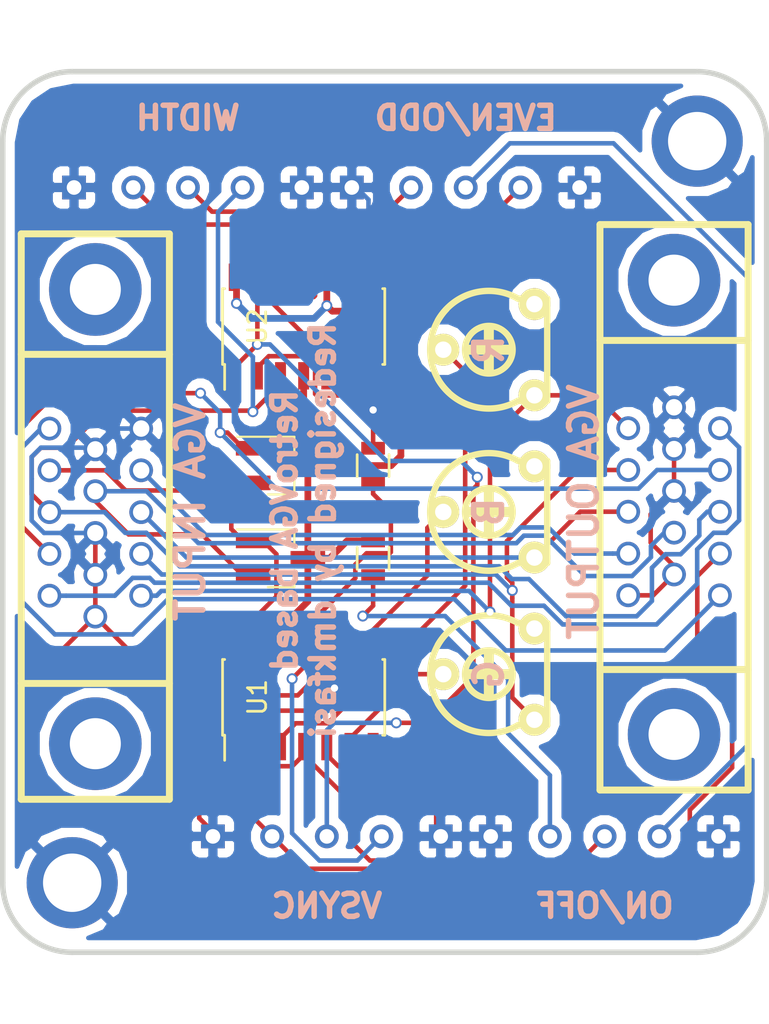
<source format=kicad_pcb>
(kicad_pcb (version 4) (host pcbnew 4.0.5)

  (general
    (links 71)
    (no_connects 0)
    (area 25.249999 25.249999 67.460001 73.810001)
    (thickness 1.6)
    (drawings 11)
    (tracks 356)
    (zones 0)
    (modules 17)
    (nets 26)
  )

  (page A4)
  (layers
    (0 F.Cu signal)
    (31 B.Cu signal)
    (32 B.Adhes user)
    (33 F.Adhes user)
    (34 B.Paste user)
    (35 F.Paste user)
    (36 B.SilkS user)
    (37 F.SilkS user)
    (38 B.Mask user)
    (39 F.Mask user)
    (40 Dwgs.User user hide)
    (41 Cmts.User user)
    (42 Eco1.User user)
    (43 Eco2.User user)
    (44 Edge.Cuts user)
    (45 Margin user)
    (46 B.CrtYd user)
    (47 F.CrtYd user)
    (48 B.Fab user)
    (49 F.Fab user hide)
  )

  (setup
    (last_trace_width 0.25)
    (trace_clearance 0.2)
    (zone_clearance 0.508)
    (zone_45_only no)
    (trace_min 0.2)
    (segment_width 0.2)
    (edge_width 0.3)
    (via_size 0.6)
    (via_drill 0.4)
    (via_min_size 0.4)
    (via_min_drill 0.3)
    (uvia_size 0.3)
    (uvia_drill 0.1)
    (uvias_allowed no)
    (uvia_min_size 0.2)
    (uvia_min_drill 0.1)
    (pcb_text_width 0.3)
    (pcb_text_size 1.5 1.5)
    (mod_edge_width 0.15)
    (mod_text_size 1 1)
    (mod_text_width 0.15)
    (pad_size 1.99898 1.99898)
    (pad_drill 0.99822)
    (pad_to_mask_clearance 0)
    (aux_axis_origin 0 0)
    (visible_elements FFFFEF7F)
    (pcbplotparams
      (layerselection 0x00030_80000001)
      (usegerberextensions true)
      (excludeedgelayer true)
      (linewidth 0.100000)
      (plotframeref false)
      (viasonmask false)
      (mode 1)
      (useauxorigin false)
      (hpglpennumber 1)
      (hpglpenspeed 20)
      (hpglpendiameter 15)
      (hpglpenoverlay 2)
      (psnegative false)
      (psa4output false)
      (plotreference true)
      (plotvalue true)
      (plotinvisibletext false)
      (padsonsilk false)
      (subtractmaskfromsilk false)
      (outputformat 1)
      (mirror false)
      (drillshape 0)
      (scaleselection 1)
      (outputdirectory gerber/))
  )

  (net 0 "")
  (net 1 VCC)
  (net 2 /VGA5V)
  (net 3 /VSYNC)
  (net 4 /SDA)
  (net 5 /BLUE)
  (net 6 /GREEN)
  (net 7 /RED)
  (net 8 /RES)
  (net 9 GND)
  (net 10 /ID0)
  (net 11 /HSYNC)
  (net 12 /SCL)
  (net 13 "Net-(R1-Pad2)")
  (net 14 /#VSYNC)
  (net 15 /P_RED)
  (net 16 /P_GREEN)
  (net 17 /P_BLUE)
  (net 18 /STATE)
  (net 19 "Net-(SW1-Pad3)")
  (net 20 /QB)
  (net 21 /#QB)
  (net 22 /CLK)
  (net 23 /QA)
  (net 24 /CLR)
  (net 25 "Net-(U2-Pad2)")

  (net_class Default "This is the default net class."
    (clearance 0.2)
    (trace_width 0.25)
    (via_dia 0.6)
    (via_drill 0.4)
    (uvia_dia 0.3)
    (uvia_drill 0.1)
    (add_net /#QB)
    (add_net /#VSYNC)
    (add_net /BLUE)
    (add_net /CLK)
    (add_net /CLR)
    (add_net /GREEN)
    (add_net /HSYNC)
    (add_net /ID0)
    (add_net /P_BLUE)
    (add_net /P_GREEN)
    (add_net /P_RED)
    (add_net /QA)
    (add_net /QB)
    (add_net /RED)
    (add_net /RES)
    (add_net /SCL)
    (add_net /SDA)
    (add_net /STATE)
    (add_net /VGA5V)
    (add_net /VSYNC)
    (add_net GND)
    (add_net "Net-(R1-Pad2)")
    (add_net "Net-(SW1-Pad3)")
    (add_net "Net-(U2-Pad2)")
    (add_net VCC)
  )

  (module Mounting_Holes:MountingHole_3.2mm_M3 (layer F.Cu) (tedit 587A97FB) (tstamp 5733684D)
    (at 63.5 29.21)
    (descr "Mounting Hole 3.2mm, no annular, M3")
    (tags "mounting hole 3.2mm no annular m3")
    (fp_text reference REF** (at 0 -4.2) (layer F.SilkS) hide
      (effects (font (size 1 1) (thickness 0.15)))
    )
    (fp_text value MountingHole_3.2mm_M3 (at 0 4.2) (layer F.Fab) hide
      (effects (font (size 1 1) (thickness 0.15)))
    )
    (fp_circle (center 0 0) (end 3.2 0) (layer Cmts.User) (width 0.15))
    (fp_circle (center 0 0) (end 3.45 0) (layer F.CrtYd) (width 0.05))
    (pad "" thru_hole circle (at 0 0) (size 5 5) (drill 3.2) (layers *.Cu *.Mask)
      (net 9 GND))
  )

  (module Mounting_Holes:MountingHole_3.2mm_M3 (layer F.Cu) (tedit 587A9807) (tstamp 5733673D)
    (at 29.21 69.85)
    (descr "Mounting Hole 3.2mm, no annular, M3")
    (tags "mounting hole 3.2mm no annular m3")
    (fp_text reference REF** (at 0 -4.2) (layer F.SilkS) hide
      (effects (font (size 1 1) (thickness 0.15)))
    )
    (fp_text value MountingHole_3.2mm_M3 (at 0 4.2) (layer F.Fab) hide
      (effects (font (size 1 1) (thickness 0.15)))
    )
    (fp_circle (center 0 0) (end 3.2 0) (layer Cmts.User) (width 0.15))
    (fp_circle (center 0 0) (end 3.45 0) (layer F.CrtYd) (width 0.05))
    (pad "" thru_hole circle (at 0 0) (size 5 5) (drill 3.2) (layers *.Cu *.Mask)
      (net 9 GND))
  )

  (module Resistors_SMD:R_0805 (layer F.Cu) (tedit 573241FB) (tstamp 57323500)
    (at 45.72 52.07 270)
    (descr "Resistor SMD 0805, reflow soldering, Vishay (see dcrcw.pdf)")
    (tags "resistor 0805")
    (path /569C1B07)
    (attr smd)
    (fp_text reference R1 (at 0 -2.1 270) (layer F.SilkS) hide
      (effects (font (size 1 1) (thickness 0.15)))
    )
    (fp_text value 100K (at 0 2.1 270) (layer F.Fab)
      (effects (font (size 1 1) (thickness 0.15)))
    )
    (fp_line (start -1.6 -1) (end 1.6 -1) (layer F.CrtYd) (width 0.05))
    (fp_line (start -1.6 1) (end 1.6 1) (layer F.CrtYd) (width 0.05))
    (fp_line (start -1.6 -1) (end -1.6 1) (layer F.CrtYd) (width 0.05))
    (fp_line (start 1.6 -1) (end 1.6 1) (layer F.CrtYd) (width 0.05))
    (fp_line (start 0.6 0.875) (end -0.6 0.875) (layer F.SilkS) (width 0.15))
    (fp_line (start -0.6 -0.875) (end 0.6 -0.875) (layer F.SilkS) (width 0.15))
    (pad 1 smd rect (at -0.95 0 270) (size 0.7 1.3) (layers F.Cu F.Paste F.Mask)
      (net 1 VCC))
    (pad 2 smd rect (at 0.95 0 270) (size 0.7 1.3) (layers F.Cu F.Paste F.Mask)
      (net 13 "Net-(R1-Pad2)"))
    (model Resistors_SMD.3dshapes/R_0805.wrl
      (at (xyz 0 0 0))
      (scale (xyz 1 1 1))
      (rotate (xyz 0 0 0))
    )
  )

  (module Resistors_SMD:R_0805 (layer F.Cu) (tedit 573241F8) (tstamp 5732350C)
    (at 45.72 46.99 90)
    (descr "Resistor SMD 0805, reflow soldering, Vishay (see dcrcw.pdf)")
    (tags "resistor 0805")
    (path /569C1A93)
    (attr smd)
    (fp_text reference R2 (at 0 -2.1 90) (layer F.SilkS) hide
      (effects (font (size 1 1) (thickness 0.15)))
    )
    (fp_text value 100K (at 0 2.1 90) (layer F.Fab)
      (effects (font (size 1 1) (thickness 0.15)))
    )
    (fp_line (start -1.6 -1) (end 1.6 -1) (layer F.CrtYd) (width 0.05))
    (fp_line (start -1.6 1) (end 1.6 1) (layer F.CrtYd) (width 0.05))
    (fp_line (start -1.6 -1) (end -1.6 1) (layer F.CrtYd) (width 0.05))
    (fp_line (start 1.6 -1) (end 1.6 1) (layer F.CrtYd) (width 0.05))
    (fp_line (start 0.6 0.875) (end -0.6 0.875) (layer F.SilkS) (width 0.15))
    (fp_line (start -0.6 -0.875) (end 0.6 -0.875) (layer F.SilkS) (width 0.15))
    (pad 1 smd rect (at -0.95 0 90) (size 0.7 1.3) (layers F.Cu F.Paste F.Mask)
      (net 14 /#VSYNC))
    (pad 2 smd rect (at 0.95 0 90) (size 0.7 1.3) (layers F.Cu F.Paste F.Mask)
      (net 9 GND))
    (model Resistors_SMD.3dshapes/R_0805.wrl
      (at (xyz 0 0 0))
      (scale (xyz 1 1 1))
      (rotate (xyz 0 0 0))
    )
  )

  (module Housings_SOIC:SOIC-14_3.9x8.7mm_Pitch1.27mm (layer F.Cu) (tedit 54130A77) (tstamp 573235C9)
    (at 41.91 59.69 90)
    (descr "14-Lead Plastic Small Outline (SL) - Narrow, 3.90 mm Body [SOIC] (see Microchip Packaging Specification 00000049BS.pdf)")
    (tags "SOIC 1.27")
    (path /569C14D5)
    (attr smd)
    (fp_text reference U1 (at 0 -2.54 90) (layer F.SilkS)
      (effects (font (size 1 1) (thickness 0.15)))
    )
    (fp_text value 74LS125 (at 0 5.375 90) (layer F.Fab)
      (effects (font (size 1 1) (thickness 0.15)))
    )
    (fp_line (start -3.7 -4.65) (end -3.7 4.65) (layer F.CrtYd) (width 0.05))
    (fp_line (start 3.7 -4.65) (end 3.7 4.65) (layer F.CrtYd) (width 0.05))
    (fp_line (start -3.7 -4.65) (end 3.7 -4.65) (layer F.CrtYd) (width 0.05))
    (fp_line (start -3.7 4.65) (end 3.7 4.65) (layer F.CrtYd) (width 0.05))
    (fp_line (start -2.075 -4.45) (end -2.075 -4.335) (layer F.SilkS) (width 0.15))
    (fp_line (start 2.075 -4.45) (end 2.075 -4.335) (layer F.SilkS) (width 0.15))
    (fp_line (start 2.075 4.45) (end 2.075 4.335) (layer F.SilkS) (width 0.15))
    (fp_line (start -2.075 4.45) (end -2.075 4.335) (layer F.SilkS) (width 0.15))
    (fp_line (start -2.075 -4.45) (end 2.075 -4.45) (layer F.SilkS) (width 0.15))
    (fp_line (start -2.075 4.45) (end 2.075 4.45) (layer F.SilkS) (width 0.15))
    (fp_line (start -2.075 -4.335) (end -3.45 -4.335) (layer F.SilkS) (width 0.15))
    (pad 1 smd rect (at -2.7 -3.81 90) (size 1.5 0.6) (layers F.Cu F.Paste F.Mask)
      (net 18 /STATE))
    (pad 2 smd rect (at -2.7 -2.54 90) (size 1.5 0.6) (layers F.Cu F.Paste F.Mask)
      (net 9 GND))
    (pad 3 smd rect (at -2.7 -1.27 90) (size 1.5 0.6) (layers F.Cu F.Paste F.Mask)
      (net 15 /P_RED))
    (pad 4 smd rect (at -2.7 0 90) (size 1.5 0.6) (layers F.Cu F.Paste F.Mask)
      (net 18 /STATE))
    (pad 5 smd rect (at -2.7 1.27 90) (size 1.5 0.6) (layers F.Cu F.Paste F.Mask)
      (net 9 GND))
    (pad 6 smd rect (at -2.7 2.54 90) (size 1.5 0.6) (layers F.Cu F.Paste F.Mask)
      (net 16 /P_GREEN))
    (pad 7 smd rect (at -2.7 3.81 90) (size 1.5 0.6) (layers F.Cu F.Paste F.Mask)
      (net 9 GND))
    (pad 8 smd rect (at 2.7 3.81 90) (size 1.5 0.6) (layers F.Cu F.Paste F.Mask)
      (net 17 /P_BLUE))
    (pad 9 smd rect (at 2.7 2.54 90) (size 1.5 0.6) (layers F.Cu F.Paste F.Mask)
      (net 9 GND))
    (pad 10 smd rect (at 2.7 1.27 90) (size 1.5 0.6) (layers F.Cu F.Paste F.Mask)
      (net 18 /STATE))
    (pad 11 smd rect (at 2.7 0 90) (size 1.5 0.6) (layers F.Cu F.Paste F.Mask)
      (net 14 /#VSYNC))
    (pad 12 smd rect (at 2.7 -1.27 90) (size 1.5 0.6) (layers F.Cu F.Paste F.Mask)
      (net 1 VCC))
    (pad 13 smd rect (at 2.7 -2.54 90) (size 1.5 0.6) (layers F.Cu F.Paste F.Mask)
      (net 3 /VSYNC))
    (pad 14 smd rect (at 2.7 -3.81 90) (size 1.5 0.6) (layers F.Cu F.Paste F.Mask)
      (net 1 VCC))
    (model Housings_SOIC.3dshapes/SOIC-14_3.9x8.7mm_Pitch1.27mm.wrl
      (at (xyz 0 0 0))
      (scale (xyz 1 1 1))
      (rotate (xyz 0 0 0))
    )
  )

  (module Housings_SOIC:SOIC-14_3.9x8.7mm_Pitch1.27mm (layer F.Cu) (tedit 54130A77) (tstamp 573235E6)
    (at 41.91 39.37 90)
    (descr "14-Lead Plastic Small Outline (SL) - Narrow, 3.90 mm Body [SOIC] (see Microchip Packaging Specification 00000049BS.pdf)")
    (tags "SOIC 1.27")
    (path /569C13AA)
    (attr smd)
    (fp_text reference U2 (at 0 -2.54 90) (layer F.SilkS)
      (effects (font (size 1 1) (thickness 0.15)))
    )
    (fp_text value 74HC74 (at 0 5.375 90) (layer F.Fab)
      (effects (font (size 1 1) (thickness 0.15)))
    )
    (fp_line (start -3.7 -4.65) (end -3.7 4.65) (layer F.CrtYd) (width 0.05))
    (fp_line (start 3.7 -4.65) (end 3.7 4.65) (layer F.CrtYd) (width 0.05))
    (fp_line (start -3.7 -4.65) (end 3.7 -4.65) (layer F.CrtYd) (width 0.05))
    (fp_line (start -3.7 4.65) (end 3.7 4.65) (layer F.CrtYd) (width 0.05))
    (fp_line (start -2.075 -4.45) (end -2.075 -4.335) (layer F.SilkS) (width 0.15))
    (fp_line (start 2.075 -4.45) (end 2.075 -4.335) (layer F.SilkS) (width 0.15))
    (fp_line (start 2.075 4.45) (end 2.075 4.335) (layer F.SilkS) (width 0.15))
    (fp_line (start -2.075 4.45) (end -2.075 4.335) (layer F.SilkS) (width 0.15))
    (fp_line (start -2.075 -4.45) (end 2.075 -4.45) (layer F.SilkS) (width 0.15))
    (fp_line (start -2.075 4.45) (end 2.075 4.45) (layer F.SilkS) (width 0.15))
    (fp_line (start -2.075 -4.335) (end -3.45 -4.335) (layer F.SilkS) (width 0.15))
    (pad 1 smd rect (at -2.7 -3.81 90) (size 1.5 0.6) (layers F.Cu F.Paste F.Mask)
      (net 24 /CLR))
    (pad 2 smd rect (at -2.7 -2.54 90) (size 1.5 0.6) (layers F.Cu F.Paste F.Mask)
      (net 25 "Net-(U2-Pad2)"))
    (pad 3 smd rect (at -2.7 -1.27 90) (size 1.5 0.6) (layers F.Cu F.Paste F.Mask)
      (net 11 /HSYNC))
    (pad 4 smd rect (at -2.7 0 90) (size 1.5 0.6) (layers F.Cu F.Paste F.Mask)
      (net 1 VCC))
    (pad 5 smd rect (at -2.7 1.27 90) (size 1.5 0.6) (layers F.Cu F.Paste F.Mask)
      (net 23 /QA))
    (pad 6 smd rect (at -2.7 2.54 90) (size 1.5 0.6) (layers F.Cu F.Paste F.Mask)
      (net 25 "Net-(U2-Pad2)"))
    (pad 7 smd rect (at -2.7 3.81 90) (size 1.5 0.6) (layers F.Cu F.Paste F.Mask)
      (net 9 GND))
    (pad 8 smd rect (at 2.7 3.81 90) (size 1.5 0.6) (layers F.Cu F.Paste F.Mask)
      (net 21 /#QB))
    (pad 9 smd rect (at 2.7 2.54 90) (size 1.5 0.6) (layers F.Cu F.Paste F.Mask)
      (net 20 /QB))
    (pad 10 smd rect (at 2.7 1.27 90) (size 1.5 0.6) (layers F.Cu F.Paste F.Mask)
      (net 1 VCC))
    (pad 11 smd rect (at 2.7 0 90) (size 1.5 0.6) (layers F.Cu F.Paste F.Mask)
      (net 22 /CLK))
    (pad 12 smd rect (at 2.7 -1.27 90) (size 1.5 0.6) (layers F.Cu F.Paste F.Mask)
      (net 21 /#QB))
    (pad 13 smd rect (at 2.7 -2.54 90) (size 1.5 0.6) (layers F.Cu F.Paste F.Mask)
      (net 24 /CLR))
    (pad 14 smd rect (at 2.7 -3.81 90) (size 1.5 0.6) (layers F.Cu F.Paste F.Mask)
      (net 1 VCC))
    (model Housings_SOIC.3dshapes/SOIC-14_3.9x8.7mm_Pitch1.27mm.wrl
      (at (xyz 0 0 0))
      (scale (xyz 1 1 1))
      (rotate (xyz 0 0 0))
    )
  )

  (module TO_SOT_Packages_SMD:SOT-23_Handsoldering (layer F.Cu) (tedit 587A96B0) (tstamp 587B6729)
    (at 40.64 52.07)
    (descr "SOT-23, Handsoldering")
    (tags SOT-23)
    (path /587A7670)
    (attr smd)
    (fp_text reference D1 (at 0 -2.5) (layer F.SilkS) hide
      (effects (font (size 1 1) (thickness 0.15)))
    )
    (fp_text value BAT54C (at 0 2.5) (layer F.Fab)
      (effects (font (size 1 1) (thickness 0.15)))
    )
    (fp_line (start 0.76 1.58) (end 0.76 0.65) (layer F.SilkS) (width 0.12))
    (fp_line (start 0.76 -1.58) (end 0.76 -0.65) (layer F.SilkS) (width 0.12))
    (fp_line (start 0.7 -1.52) (end 0.7 1.52) (layer F.Fab) (width 0.15))
    (fp_line (start -0.7 1.52) (end 0.7 1.52) (layer F.Fab) (width 0.15))
    (fp_line (start -2.7 -1.75) (end 2.7 -1.75) (layer F.CrtYd) (width 0.05))
    (fp_line (start 2.7 -1.75) (end 2.7 1.75) (layer F.CrtYd) (width 0.05))
    (fp_line (start 2.7 1.75) (end -2.7 1.75) (layer F.CrtYd) (width 0.05))
    (fp_line (start -2.7 1.75) (end -2.7 -1.75) (layer F.CrtYd) (width 0.05))
    (fp_line (start 0.76 -1.58) (end -2.4 -1.58) (layer F.SilkS) (width 0.12))
    (fp_line (start -0.7 -1.52) (end 0.7 -1.52) (layer F.Fab) (width 0.15))
    (fp_line (start -0.7 -1.52) (end -0.7 1.52) (layer F.Fab) (width 0.15))
    (fp_line (start 0.76 1.58) (end -0.7 1.58) (layer F.SilkS) (width 0.12))
    (pad 1 smd rect (at -1.5 -0.95) (size 1.9 0.8) (layers F.Cu F.Paste F.Mask)
      (net 3 /VSYNC))
    (pad 2 smd rect (at -1.5 0.95) (size 1.9 0.8) (layers F.Cu F.Paste F.Mask)
      (net 2 /VGA5V))
    (pad 3 smd rect (at 1.5 0) (size 1.9 0.8) (layers F.Cu F.Paste F.Mask)
      (net 1 VCC))
    (model TO_SOT_Packages_SMD.3dshapes/SOT-23.wrl
      (at (xyz 0 0 0))
      (scale (xyz 1 1 1))
      (rotate (xyz 0 0 90))
    )
  )

  (module TO_SOT_Packages_SMD:SOT-23_Handsoldering (layer F.Cu) (tedit 587A96B3) (tstamp 587B673B)
    (at 40.64 46.99)
    (descr "SOT-23, Handsoldering")
    (tags SOT-23)
    (path /587A7BB9)
    (attr smd)
    (fp_text reference D2 (at 0 -2.5) (layer F.SilkS) hide
      (effects (font (size 1 1) (thickness 0.15)))
    )
    (fp_text value BAT54C (at 0 2.5) (layer F.Fab)
      (effects (font (size 1 1) (thickness 0.15)))
    )
    (fp_line (start 0.76 1.58) (end 0.76 0.65) (layer F.SilkS) (width 0.12))
    (fp_line (start 0.76 -1.58) (end 0.76 -0.65) (layer F.SilkS) (width 0.12))
    (fp_line (start 0.7 -1.52) (end 0.7 1.52) (layer F.Fab) (width 0.15))
    (fp_line (start -0.7 1.52) (end 0.7 1.52) (layer F.Fab) (width 0.15))
    (fp_line (start -2.7 -1.75) (end 2.7 -1.75) (layer F.CrtYd) (width 0.05))
    (fp_line (start 2.7 -1.75) (end 2.7 1.75) (layer F.CrtYd) (width 0.05))
    (fp_line (start 2.7 1.75) (end -2.7 1.75) (layer F.CrtYd) (width 0.05))
    (fp_line (start -2.7 1.75) (end -2.7 -1.75) (layer F.CrtYd) (width 0.05))
    (fp_line (start 0.76 -1.58) (end -2.4 -1.58) (layer F.SilkS) (width 0.12))
    (fp_line (start -0.7 -1.52) (end 0.7 -1.52) (layer F.Fab) (width 0.15))
    (fp_line (start -0.7 -1.52) (end -0.7 1.52) (layer F.Fab) (width 0.15))
    (fp_line (start 0.76 1.58) (end -0.7 1.58) (layer F.SilkS) (width 0.12))
    (pad 1 smd rect (at -1.5 -0.95) (size 1.9 0.8) (layers F.Cu F.Paste F.Mask)
      (net 4 /SDA))
    (pad 2 smd rect (at -1.5 0.95) (size 1.9 0.8) (layers F.Cu F.Paste F.Mask)
      (net 3 /VSYNC))
    (pad 3 smd rect (at 1.5 0) (size 1.9 0.8) (layers F.Cu F.Paste F.Mask)
      (net 1 VCC))
    (model TO_SOT_Packages_SMD.3dshapes/SOT-23.wrl
      (at (xyz 0 0 0))
      (scale (xyz 1 1 1))
      (rotate (xyz 0 0 90))
    )
  )

  (module components:trimmer_piher_pt6xv (layer F.Cu) (tedit 587A803D) (tstamp 587B674D)
    (at 52.07 40.64 270)
    (descr "trimmer, Piher PT6-xV")
    (tags trimmer)
    (path /569C18F9)
    (fp_text reference R3 (at 0 4.89966 270) (layer F.SilkS) hide
      (effects (font (thickness 0.3048)))
    )
    (fp_text value R (at 0 0 270) (layer B.SilkS)
      (effects (font (thickness 0.3048)) (justify mirror))
    )
    (fp_arc (start 0 0) (end 2.32918 2.21996) (angle 90) (layer F.SilkS) (width 0.35052))
    (fp_line (start 2.79908 -3.2004) (end 2.79908 -1.6002) (layer F.SilkS) (width 0.35052))
    (fp_line (start -2.79908 -3.2004) (end -2.79908 -1.6002) (layer F.SilkS) (width 0.35052))
    (fp_arc (start 0 0) (end -1.6002 2.79908) (angle 90) (layer F.SilkS) (width 0.35052))
    (fp_arc (start 0 0) (end 2.79908 -1.6002) (angle 90) (layer F.SilkS) (width 0.35052))
    (fp_line (start 2.79908 -3.2004) (end -2.79908 -3.2004) (layer F.SilkS) (width 0.35052))
    (fp_line (start -0.09906 1.19888) (end -0.09906 -1.09982) (layer F.SilkS) (width 0.35052))
    (fp_line (start -0.09906 -1.09982) (end 0.09906 -1.09982) (layer F.SilkS) (width 0.35052))
    (fp_line (start 0.09906 -1.09982) (end 0.09906 1.19888) (layer F.SilkS) (width 0.35052))
    (fp_line (start 1.19888 -0.09906) (end -1.09982 -0.09906) (layer F.SilkS) (width 0.35052))
    (fp_line (start -1.09982 -0.09906) (end -1.09982 0.09906) (layer F.SilkS) (width 0.35052))
    (fp_line (start -1.09982 0.09906) (end 1.19888 0.09906) (layer F.SilkS) (width 0.35052))
    (fp_circle (center 0 0) (end -1.30048 0.09906) (layer F.SilkS) (width 0.35052))
    (pad 1 thru_hole circle (at 2.49936 -2.49936 270) (size 1.75006 1.75006) (drill 0.89916) (layers *.Cu *.Mask F.SilkS)
      (net 7 /RED))
    (pad 2 thru_hole circle (at 0 2.49936 270) (size 1.75006 1.75006) (drill 0.89916) (layers *.Cu *.Mask F.SilkS)
      (net 15 /P_RED))
    (pad 3 thru_hole circle (at -2.49936 -2.49936 270) (size 1.75006 1.75006) (drill 0.89916) (layers *.Cu *.Mask F.SilkS))
    (model walter/pth_resistors/trimmer_piher_pt6-xv.wrl
      (at (xyz 0 0 0))
      (scale (xyz 1 1 1))
      (rotate (xyz 0 0 0))
    )
  )

  (module components:trimmer_piher_pt6xv (layer F.Cu) (tedit 587A8037) (tstamp 587B6760)
    (at 52.07 58.42 270)
    (descr "trimmer, Piher PT6-xV")
    (tags trimmer)
    (path /569C19B8)
    (fp_text reference R4 (at 0 4.89966 270) (layer F.SilkS) hide
      (effects (font (thickness 0.3048)))
    )
    (fp_text value G (at 0 0 270) (layer B.SilkS)
      (effects (font (thickness 0.3048)) (justify mirror))
    )
    (fp_arc (start 0 0) (end 2.32918 2.21996) (angle 90) (layer F.SilkS) (width 0.35052))
    (fp_line (start 2.79908 -3.2004) (end 2.79908 -1.6002) (layer F.SilkS) (width 0.35052))
    (fp_line (start -2.79908 -3.2004) (end -2.79908 -1.6002) (layer F.SilkS) (width 0.35052))
    (fp_arc (start 0 0) (end -1.6002 2.79908) (angle 90) (layer F.SilkS) (width 0.35052))
    (fp_arc (start 0 0) (end 2.79908 -1.6002) (angle 90) (layer F.SilkS) (width 0.35052))
    (fp_line (start 2.79908 -3.2004) (end -2.79908 -3.2004) (layer F.SilkS) (width 0.35052))
    (fp_line (start -0.09906 1.19888) (end -0.09906 -1.09982) (layer F.SilkS) (width 0.35052))
    (fp_line (start -0.09906 -1.09982) (end 0.09906 -1.09982) (layer F.SilkS) (width 0.35052))
    (fp_line (start 0.09906 -1.09982) (end 0.09906 1.19888) (layer F.SilkS) (width 0.35052))
    (fp_line (start 1.19888 -0.09906) (end -1.09982 -0.09906) (layer F.SilkS) (width 0.35052))
    (fp_line (start -1.09982 -0.09906) (end -1.09982 0.09906) (layer F.SilkS) (width 0.35052))
    (fp_line (start -1.09982 0.09906) (end 1.19888 0.09906) (layer F.SilkS) (width 0.35052))
    (fp_circle (center 0 0) (end -1.30048 0.09906) (layer F.SilkS) (width 0.35052))
    (pad 1 thru_hole circle (at 2.49936 -2.49936 270) (size 1.75006 1.75006) (drill 0.89916) (layers *.Cu *.Mask F.SilkS)
      (net 6 /GREEN))
    (pad 2 thru_hole circle (at 0 2.49936 270) (size 1.75006 1.75006) (drill 0.89916) (layers *.Cu *.Mask F.SilkS)
      (net 16 /P_GREEN))
    (pad 3 thru_hole circle (at -2.49936 -2.49936 270) (size 1.75006 1.75006) (drill 0.89916) (layers *.Cu *.Mask F.SilkS))
    (model walter/pth_resistors/trimmer_piher_pt6-xv.wrl
      (at (xyz 0 0 0))
      (scale (xyz 1 1 1))
      (rotate (xyz 0 0 0))
    )
  )

  (module components:trimmer_piher_pt6xv (layer F.Cu) (tedit 587A8032) (tstamp 587B6773)
    (at 52.07 49.53 270)
    (descr "trimmer, Piher PT6-xV")
    (tags trimmer)
    (path /569C1A0D)
    (fp_text reference R5 (at 0 4.89966 270) (layer F.SilkS) hide
      (effects (font (thickness 0.3048)))
    )
    (fp_text value B (at 0 0 270) (layer B.SilkS)
      (effects (font (thickness 0.3048)) (justify mirror))
    )
    (fp_arc (start 0 0) (end 2.32918 2.21996) (angle 90) (layer F.SilkS) (width 0.35052))
    (fp_line (start 2.79908 -3.2004) (end 2.79908 -1.6002) (layer F.SilkS) (width 0.35052))
    (fp_line (start -2.79908 -3.2004) (end -2.79908 -1.6002) (layer F.SilkS) (width 0.35052))
    (fp_arc (start 0 0) (end -1.6002 2.79908) (angle 90) (layer F.SilkS) (width 0.35052))
    (fp_arc (start 0 0) (end 2.79908 -1.6002) (angle 90) (layer F.SilkS) (width 0.35052))
    (fp_line (start 2.79908 -3.2004) (end -2.79908 -3.2004) (layer F.SilkS) (width 0.35052))
    (fp_line (start -0.09906 1.19888) (end -0.09906 -1.09982) (layer F.SilkS) (width 0.35052))
    (fp_line (start -0.09906 -1.09982) (end 0.09906 -1.09982) (layer F.SilkS) (width 0.35052))
    (fp_line (start 0.09906 -1.09982) (end 0.09906 1.19888) (layer F.SilkS) (width 0.35052))
    (fp_line (start 1.19888 -0.09906) (end -1.09982 -0.09906) (layer F.SilkS) (width 0.35052))
    (fp_line (start -1.09982 -0.09906) (end -1.09982 0.09906) (layer F.SilkS) (width 0.35052))
    (fp_line (start -1.09982 0.09906) (end 1.19888 0.09906) (layer F.SilkS) (width 0.35052))
    (fp_circle (center 0 0) (end -1.30048 0.09906) (layer F.SilkS) (width 0.35052))
    (pad 1 thru_hole circle (at 2.49936 -2.49936 270) (size 1.75006 1.75006) (drill 0.89916) (layers *.Cu *.Mask F.SilkS)
      (net 5 /BLUE))
    (pad 2 thru_hole circle (at 0 2.49936 270) (size 1.75006 1.75006) (drill 0.89916) (layers *.Cu *.Mask F.SilkS)
      (net 17 /P_BLUE))
    (pad 3 thru_hole circle (at -2.49936 -2.49936 270) (size 1.75006 1.75006) (drill 0.89916) (layers *.Cu *.Mask F.SilkS))
    (model walter/pth_resistors/trimmer_piher_pt6-xv.wrl
      (at (xyz 0 0 0))
      (scale (xyz 1 1 1))
      (rotate (xyz 0 0 0))
    )
  )

  (module components:ds1038-15f (layer F.Cu) (tedit 587E7900) (tstamp 5733716D)
    (at 62.23 49.53 90)
    (descr "D-SUB 15 pin VGA socket, Tyco P/N 440467-1")
    (path /569C1368)
    (fp_text reference J2 (at 0 5.842 90) (layer F.SilkS) hide
      (effects (font (thickness 0.3048)))
    )
    (fp_text value "VGA OUTPUT" (at 0 -4.953 90) (layer B.SilkS)
      (effects (font (thickness 0.3048)) (justify mirror))
    )
    (fp_line (start -8.636 -4.064) (end -8.636 4.064) (layer F.SilkS) (width 0.381))
    (fp_line (start -15.24 4.064) (end -15.24 -4.064) (layer F.SilkS) (width 0.381))
    (fp_line (start 15.748 -4.064) (end 15.748 4.064) (layer F.SilkS) (width 0.381))
    (fp_line (start 15.748 -4.064) (end -15.24 -4.064) (layer F.SilkS) (width 0.381))
    (fp_line (start 9.398 4.064) (end 9.398 -4.064) (layer F.SilkS) (width 0.381))
    (fp_line (start -15.24 4.064) (end 15.748 4.064) (layer F.SilkS) (width 0.381))
    (pad "" thru_hole circle (at 12.7 0 90) (size 5.08 5.08) (drill 2.8) (layers *.Cu *.Mask))
    (pad 3 thru_hole circle (at 0.0127 -2.5146 90) (size 1.3 1.3) (drill 0.9) (layers *.Cu *.Mask)
      (net 5 /BLUE))
    (pad 2 thru_hole circle (at 2.2987 -2.5146 90) (size 1.3 1.3) (drill 0.9) (layers *.Cu *.Mask)
      (net 6 /GREEN))
    (pad 1 thru_hole circle (at 4.58978 -2.5146 90) (size 1.3 1.3) (drill 0.9) (layers *.Cu *.Mask)
      (net 7 /RED))
    (pad 4 thru_hole circle (at -2.28092 -2.5146 90) (size 1.3 1.3) (drill 0.9) (layers *.Cu *.Mask)
      (net 8 /RES))
    (pad 5 thru_hole circle (at -4.56946 -2.5146 90) (size 1.3 1.3) (drill 0.9) (layers *.Cu *.Mask)
      (net 9 GND))
    (pad 9 thru_hole circle (at -1.13538 0 90) (size 1.3 1.3) (drill 0.9) (layers *.Cu *.Mask)
      (net 2 /VGA5V))
    (pad 8 thru_hole circle (at 1.15316 0 90) (size 1.3 1.3) (drill 0.9) (layers *.Cu *.Mask)
      (net 9 GND))
    (pad 7 thru_hole circle (at 3.44424 0 90) (size 1.3 1.3) (drill 0.9) (layers *.Cu *.Mask)
      (net 9 GND))
    (pad 6 thru_hole circle (at 5.73532 0 90) (size 1.3 1.3) (drill 0.9) (layers *.Cu *.Mask)
      (net 9 GND))
    (pad "" thru_hole circle (at -12.192 0 90) (size 5.08 5.08) (drill 2.8) (layers *.Cu *.Mask))
    (pad 10 thru_hole circle (at -3.42646 0 90) (size 1.3 1.3) (drill 0.9) (layers *.Cu *.Mask)
      (net 9 GND))
    (pad 11 thru_hole circle (at 4.58978 2.51714 90) (size 1.3 1.3) (drill 0.9) (layers *.Cu *.Mask)
      (net 10 /ID0))
    (pad 12 thru_hole circle (at 2.2987 2.51714 90) (size 1.3 1.3) (drill 0.9) (layers *.Cu *.Mask)
      (net 4 /SDA))
    (pad 13 thru_hole circle (at 0.01016 2.5146 90) (size 1.3 1.3) (drill 0.9) (layers *.Cu *.Mask)
      (net 11 /HSYNC))
    (pad 14 thru_hole circle (at -2.28092 2.51714 90) (size 1.3 1.3) (drill 0.9) (layers *.Cu *.Mask)
      (net 3 /VSYNC))
    (pad 15 thru_hole circle (at -4.56946 2.51714 90) (size 1.3 1.3) (drill 0.9) (layers *.Cu *.Mask)
      (net 12 /SCL))
  )

  (module components:ds1038-15f (layer F.Cu) (tedit 587E78FD) (tstamp 57337153)
    (at 30.48 49.53 270)
    (descr "D-SUB 15 pin VGA socket, Tyco P/N 440467-1")
    (path /569C12DA)
    (fp_text reference J1 (at 0 5.842 270) (layer F.SilkS) hide
      (effects (font (thickness 0.3048)))
    )
    (fp_text value "VGA INPUT" (at 0 -5.207 270) (layer B.SilkS)
      (effects (font (thickness 0.3048)) (justify mirror))
    )
    (fp_line (start -8.636 -4.064) (end -8.636 4.064) (layer F.SilkS) (width 0.381))
    (fp_line (start -15.24 4.064) (end -15.24 -4.064) (layer F.SilkS) (width 0.381))
    (fp_line (start 15.748 -4.064) (end 15.748 4.064) (layer F.SilkS) (width 0.381))
    (fp_line (start 15.748 -4.064) (end -15.24 -4.064) (layer F.SilkS) (width 0.381))
    (fp_line (start 9.398 4.064) (end 9.398 -4.064) (layer F.SilkS) (width 0.381))
    (fp_line (start -15.24 4.064) (end 15.748 4.064) (layer F.SilkS) (width 0.381))
    (pad "" thru_hole circle (at 12.7 0 270) (size 5.08 5.08) (drill 2.8) (layers *.Cu *.Mask))
    (pad 3 thru_hole circle (at 0.0127 -2.5146 270) (size 1.3 1.3) (drill 0.9) (layers *.Cu *.Mask)
      (net 5 /BLUE))
    (pad 2 thru_hole circle (at 2.2987 -2.5146 270) (size 1.3 1.3) (drill 0.9) (layers *.Cu *.Mask)
      (net 6 /GREEN))
    (pad 1 thru_hole circle (at 4.58978 -2.5146 270) (size 1.3 1.3) (drill 0.9) (layers *.Cu *.Mask)
      (net 7 /RED))
    (pad 4 thru_hole circle (at -2.28092 -2.5146 270) (size 1.3 1.3) (drill 0.9) (layers *.Cu *.Mask)
      (net 8 /RES))
    (pad 5 thru_hole circle (at -4.56946 -2.5146 270) (size 1.3 1.3) (drill 0.9) (layers *.Cu *.Mask)
      (net 9 GND))
    (pad 9 thru_hole circle (at -1.13538 0 270) (size 1.3 1.3) (drill 0.9) (layers *.Cu *.Mask)
      (net 2 /VGA5V))
    (pad 8 thru_hole circle (at 1.15316 0 270) (size 1.3 1.3) (drill 0.9) (layers *.Cu *.Mask)
      (net 9 GND))
    (pad 7 thru_hole circle (at 3.44424 0 270) (size 1.3 1.3) (drill 0.9) (layers *.Cu *.Mask)
      (net 9 GND))
    (pad 6 thru_hole circle (at 5.73532 0 270) (size 1.3 1.3) (drill 0.9) (layers *.Cu *.Mask)
      (net 9 GND))
    (pad "" thru_hole circle (at -12.192 0 270) (size 5.08 5.08) (drill 2.8) (layers *.Cu *.Mask))
    (pad 10 thru_hole circle (at -3.42646 0 270) (size 1.3 1.3) (drill 0.9) (layers *.Cu *.Mask)
      (net 9 GND))
    (pad 11 thru_hole circle (at 4.58978 2.51714 270) (size 1.3 1.3) (drill 0.9) (layers *.Cu *.Mask)
      (net 10 /ID0))
    (pad 12 thru_hole circle (at 2.2987 2.51714 270) (size 1.3 1.3) (drill 0.9) (layers *.Cu *.Mask)
      (net 4 /SDA))
    (pad 13 thru_hole circle (at 0.01016 2.5146 270) (size 1.3 1.3) (drill 0.9) (layers *.Cu *.Mask)
      (net 11 /HSYNC))
    (pad 14 thru_hole circle (at -2.28092 2.51714 270) (size 1.3 1.3) (drill 0.9) (layers *.Cu *.Mask)
      (net 3 /VSYNC))
    (pad 15 thru_hole circle (at -4.56946 2.51714 270) (size 1.3 1.3) (drill 0.9) (layers *.Cu *.Mask)
      (net 12 /SCL))
  )

  (module RetroVGA:switch-ss12f23 (layer B.Cu) (tedit 587E896C) (tstamp 587BFEF4)
    (at 43.18 67.31)
    (descr "SLIDING SWITCH")
    (tags "SLIDING SWITCH")
    (path /569C1E42)
    (attr virtual)
    (fp_text reference SW4 (at -2.413 4.43992) (layer B.SilkS) hide
      (effects (font (size 1.27 1.27) (thickness 0.127)) (justify mirror))
    )
    (fp_text value VSYNC (at 0 3.81) (layer B.SilkS)
      (effects (font (size 1.27 1.27) (thickness 0.3)) (justify mirror))
    )
    (fp_line (start -6.49986 -0.39878) (end 6.49986 -0.39878) (layer Dwgs.User) (width 0.1524))
    (fp_line (start -6.49986 -0.39878) (end -6.49986 5.4991) (layer Dwgs.User) (width 0.1524))
    (fp_line (start 6.49986 5.4991) (end 6.49986 -0.39878) (layer Dwgs.User) (width 0.1524))
    (fp_line (start -6.49986 5.4991) (end 6.49986 5.4991) (layer Dwgs.User) (width 0.1524))
    (fp_line (start -3.59918 5.4991) (end -3.59918 10.1981) (layer Dwgs.User) (width 0.1524))
    (fp_line (start -3.59918 10.1981) (end 0.39878 10.1981) (layer Dwgs.User) (width 0.1524))
    (fp_line (start 0.39878 10.1981) (end 0.39878 5.4991) (layer Dwgs.User) (width 0.1524))
    (pad 1 thru_hole circle (at -2.99974 0 180) (size 1.30556 1.30556) (drill 0.8) (layers *.Cu *.Mask)
      (net 3 /VSYNC))
    (pad 2 thru_hole circle (at 0 0 180) (size 1.30556 1.30556) (drill 0.8) (layers *.Cu *.Mask)
      (net 24 /CLR))
    (pad 3 thru_hole circle (at 2.99974 0 180) (size 1.30556 1.30556) (drill 0.8) (layers *.Cu *.Mask)
      (net 14 /#VSYNC))
    (pad "" thru_hole rect (at -6.2484 0 180) (size 1.30556 1.30556) (drill 0.8) (layers *.Cu *.Mask)
      (net 9 GND))
    (pad "" thru_hole rect (at 6.2484 0 180) (size 1.30556 1.30556) (drill 0.8) (layers *.Cu *.Mask)
      (net 9 GND))
  )

  (module RetroVGA:switch-ss12f23 (layer B.Cu) (tedit 587E8955) (tstamp 587BFEEC)
    (at 35.56 31.75 180)
    (descr "SLIDING SWITCH")
    (tags "SLIDING SWITCH")
    (path /569C1F24)
    (attr virtual)
    (fp_text reference SW3 (at -2.413 4.43992 180) (layer B.SilkS) hide
      (effects (font (size 1.27 1.27) (thickness 0.127)) (justify mirror))
    )
    (fp_text value WIDTH (at 0 3.81 180) (layer B.SilkS)
      (effects (font (size 1.27 1.27) (thickness 0.3)) (justify mirror))
    )
    (fp_line (start -6.49986 -0.39878) (end 6.49986 -0.39878) (layer Dwgs.User) (width 0.1524))
    (fp_line (start -6.49986 -0.39878) (end -6.49986 5.4991) (layer Dwgs.User) (width 0.1524))
    (fp_line (start 6.49986 5.4991) (end 6.49986 -0.39878) (layer Dwgs.User) (width 0.1524))
    (fp_line (start -6.49986 5.4991) (end 6.49986 5.4991) (layer Dwgs.User) (width 0.1524))
    (fp_line (start -3.59918 5.4991) (end -3.59918 10.1981) (layer Dwgs.User) (width 0.1524))
    (fp_line (start -3.59918 10.1981) (end 0.39878 10.1981) (layer Dwgs.User) (width 0.1524))
    (fp_line (start 0.39878 10.1981) (end 0.39878 5.4991) (layer Dwgs.User) (width 0.1524))
    (pad 1 thru_hole circle (at -2.99974 0) (size 1.30556 1.30556) (drill 0.8) (layers *.Cu *.Mask)
      (net 11 /HSYNC))
    (pad 2 thru_hole circle (at 0 0) (size 1.30556 1.30556) (drill 0.8) (layers *.Cu *.Mask)
      (net 22 /CLK))
    (pad 3 thru_hole circle (at 2.99974 0) (size 1.30556 1.30556) (drill 0.8) (layers *.Cu *.Mask)
      (net 23 /QA))
    (pad "" thru_hole rect (at -6.2484 0) (size 1.30556 1.30556) (drill 0.8) (layers *.Cu *.Mask)
      (net 9 GND))
    (pad "" thru_hole rect (at 6.2484 0) (size 1.30556 1.30556) (drill 0.8) (layers *.Cu *.Mask)
      (net 9 GND))
  )

  (module RetroVGA:switch-ss12f23 (layer B.Cu) (tedit 587E8961) (tstamp 587BFEE4)
    (at 50.8 31.75 180)
    (descr "SLIDING SWITCH")
    (tags "SLIDING SWITCH")
    (path /569C221C)
    (attr virtual)
    (fp_text reference SW2 (at -2.413 4.43992 180) (layer B.SilkS) hide
      (effects (font (size 1.27 1.27) (thickness 0.127)) (justify mirror))
    )
    (fp_text value EVEN/ODD (at 0 3.81 180) (layer B.SilkS)
      (effects (font (size 1.27 1.27) (thickness 0.3)) (justify mirror))
    )
    (fp_line (start -6.49986 -0.39878) (end 6.49986 -0.39878) (layer Dwgs.User) (width 0.1524))
    (fp_line (start -6.49986 -0.39878) (end -6.49986 5.4991) (layer Dwgs.User) (width 0.1524))
    (fp_line (start 6.49986 5.4991) (end 6.49986 -0.39878) (layer Dwgs.User) (width 0.1524))
    (fp_line (start -6.49986 5.4991) (end 6.49986 5.4991) (layer Dwgs.User) (width 0.1524))
    (fp_line (start -3.59918 5.4991) (end -3.59918 10.1981) (layer Dwgs.User) (width 0.1524))
    (fp_line (start -3.59918 10.1981) (end 0.39878 10.1981) (layer Dwgs.User) (width 0.1524))
    (fp_line (start 0.39878 10.1981) (end 0.39878 5.4991) (layer Dwgs.User) (width 0.1524))
    (pad 1 thru_hole circle (at -2.99974 0) (size 1.30556 1.30556) (drill 0.8) (layers *.Cu *.Mask)
      (net 20 /QB))
    (pad 2 thru_hole circle (at 0 0) (size 1.30556 1.30556) (drill 0.8) (layers *.Cu *.Mask)
      (net 19 "Net-(SW1-Pad3)"))
    (pad 3 thru_hole circle (at 2.99974 0) (size 1.30556 1.30556) (drill 0.8) (layers *.Cu *.Mask)
      (net 21 /#QB))
    (pad "" thru_hole rect (at -6.2484 0) (size 1.30556 1.30556) (drill 0.8) (layers *.Cu *.Mask)
      (net 9 GND))
    (pad "" thru_hole rect (at 6.2484 0) (size 1.30556 1.30556) (drill 0.8) (layers *.Cu *.Mask)
      (net 9 GND))
  )

  (module RetroVGA:switch-ss12f23 (layer B.Cu) (tedit 587E8970) (tstamp 587BFEDC)
    (at 58.42 67.31)
    (descr "SLIDING SWITCH")
    (tags "SLIDING SWITCH")
    (path /569C2064)
    (attr virtual)
    (fp_text reference SW1 (at -2.413 4.43992) (layer B.SilkS) hide
      (effects (font (size 1.27 1.27) (thickness 0.127)) (justify mirror))
    )
    (fp_text value ON/OFF (at 0 3.81) (layer B.SilkS)
      (effects (font (size 1.27 1.27) (thickness 0.3)) (justify mirror))
    )
    (fp_line (start -6.49986 -0.39878) (end 6.49986 -0.39878) (layer Dwgs.User) (width 0.1524))
    (fp_line (start -6.49986 -0.39878) (end -6.49986 5.4991) (layer Dwgs.User) (width 0.1524))
    (fp_line (start 6.49986 5.4991) (end 6.49986 -0.39878) (layer Dwgs.User) (width 0.1524))
    (fp_line (start -6.49986 5.4991) (end 6.49986 5.4991) (layer Dwgs.User) (width 0.1524))
    (fp_line (start -3.59918 5.4991) (end -3.59918 10.1981) (layer Dwgs.User) (width 0.1524))
    (fp_line (start -3.59918 10.1981) (end 0.39878 10.1981) (layer Dwgs.User) (width 0.1524))
    (fp_line (start 0.39878 10.1981) (end 0.39878 5.4991) (layer Dwgs.User) (width 0.1524))
    (pad 1 thru_hole circle (at -2.99974 0 180) (size 1.30556 1.30556) (drill 0.8) (layers *.Cu *.Mask)
      (net 13 "Net-(R1-Pad2)"))
    (pad 2 thru_hole circle (at 0 0 180) (size 1.30556 1.30556) (drill 0.8) (layers *.Cu *.Mask)
      (net 18 /STATE))
    (pad 3 thru_hole circle (at 2.99974 0 180) (size 1.30556 1.30556) (drill 0.8) (layers *.Cu *.Mask)
      (net 19 "Net-(SW1-Pad3)"))
    (pad "" thru_hole rect (at -6.2484 0 180) (size 1.30556 1.30556) (drill 0.8) (layers *.Cu *.Mask)
      (net 9 GND))
    (pad "" thru_hole rect (at 6.2484 0 180) (size 1.30556 1.30556) (drill 0.8) (layers *.Cu *.Mask)
      (net 9 GND))
  )

  (gr_text "RetroVGA based\nRedesigned by dmkfasi" (at 41.91 50.546 90) (layer B.SilkS)
    (effects (font (size 1.3 1.3) (thickness 0.3)) (justify mirror))
  )
  (gr_arc (start 63.5 29.21) (end 63.5 25.4) (angle 90) (layer Edge.Cuts) (width 0.3) (tstamp 57336855))
  (gr_arc (start 63.5 69.85) (end 67.31 69.85) (angle 90) (layer Edge.Cuts) (width 0.3) (tstamp 57336808))
  (gr_arc (start 29.21 69.85) (end 29.21 73.66) (angle 90) (layer Edge.Cuts) (width 0.3) (tstamp 57336746))
  (gr_line (start 25.4 69.85) (end 25.4 29.21) (layer Edge.Cuts) (width 0.3))
  (gr_line (start 63.5 73.66) (end 29.21 73.66) (layer Edge.Cuts) (width 0.3))
  (gr_line (start 67.31 29.21) (end 67.31 69.85) (layer Edge.Cuts) (width 0.3))
  (gr_line (start 29.21 25.4) (end 63.5 25.4) (layer Edge.Cuts) (width 0.3))
  (dimension 48.26 (width 0.3) (layer Dwgs.User)
    (gr_text "48.260 mm" (at 24.05 49.53 270) (layer Dwgs.User) (tstamp 573238DC)
      (effects (font (size 1.5 1.5) (thickness 0.3)))
    )
    (feature1 (pts (xy 31.75 73.66) (xy 22.7 73.66)))
    (feature2 (pts (xy 31.75 25.4) (xy 22.7 25.4)))
    (crossbar (pts (xy 25.4 25.4) (xy 25.4 73.66)))
    (arrow1a (pts (xy 25.4 73.66) (xy 24.813579 72.533496)))
    (arrow1b (pts (xy 25.4 73.66) (xy 25.986421 72.533496)))
    (arrow2a (pts (xy 25.4 25.4) (xy 24.813579 26.526504)))
    (arrow2b (pts (xy 25.4 25.4) (xy 25.986421 26.526504)))
  )
  (dimension 41.91 (width 0.3) (layer Dwgs.User)
    (gr_text "41.910 mm" (at 46.355 24.05) (layer Dwgs.User)
      (effects (font (size 1.5 1.5) (thickness 0.3)))
    )
    (feature1 (pts (xy 67.31 33.02) (xy 67.31 22.7)))
    (feature2 (pts (xy 25.4 33.02) (xy 25.4 22.7)))
    (crossbar (pts (xy 25.4 25.4) (xy 67.31 25.4)))
    (arrow1a (pts (xy 67.31 25.4) (xy 66.183496 25.986421)))
    (arrow1b (pts (xy 67.31 25.4) (xy 66.183496 24.813579)))
    (arrow2a (pts (xy 25.4 25.4) (xy 26.526504 25.986421)))
    (arrow2b (pts (xy 25.4 25.4) (xy 26.526504 24.813579)))
  )
  (gr_arc (start 29.21 29.21) (end 25.4 29.21) (angle 90) (layer Edge.Cuts) (width 0.3))

  (segment (start 42.14 46.99) (end 46.707592 46.99) (width 0.37) (layer F.Cu) (net 1))
  (segment (start 46.707592 46.99) (end 47.244 46.453592) (width 0.37) (layer F.Cu) (net 1))
  (segment (start 47.244 46.453592) (end 47.244 40.64) (width 0.37) (layer F.Cu) (net 1))
  (segment (start 47.244 40.64) (end 45.130999 38.526999) (width 0.37) (layer F.Cu) (net 1))
  (segment (start 45.130999 38.526999) (end 43.479999 38.526999) (width 0.37) (layer F.Cu) (net 1))
  (segment (start 43.479999 38.526999) (end 43.18 38.227) (width 0.37) (layer F.Cu) (net 1))
  (segment (start 42.14 46.99) (end 42.14 52.07) (width 0.37) (layer F.Cu) (net 1))
  (segment (start 42.14 46.99) (end 42.14 44.678373) (width 0.37) (layer F.Cu) (net 1))
  (segment (start 42.14 44.678373) (end 41.91 44.448373) (width 0.37) (layer F.Cu) (net 1))
  (segment (start 41.91 44.448373) (end 41.91 42.07) (width 0.37) (layer F.Cu) (net 1))
  (segment (start 42.14 52.07) (end 42.14 54.432787) (width 0.37) (layer F.Cu) (net 1))
  (segment (start 42.14 54.432787) (end 40.64 55.932787) (width 0.37) (layer F.Cu) (net 1))
  (segment (start 40.64 55.932787) (end 40.64 56.99) (width 0.37) (layer F.Cu) (net 1))
  (segment (start 40.64 56.99) (end 40.64 57.44) (width 0.37) (layer F.Cu) (net 1))
  (segment (start 40.64 57.44) (end 39.756281 58.323719) (width 0.37) (layer F.Cu) (net 1))
  (segment (start 39.756281 58.323719) (end 38.983719 58.323719) (width 0.37) (layer F.Cu) (net 1))
  (segment (start 38.983719 58.323719) (end 38.1 57.44) (width 0.37) (layer F.Cu) (net 1))
  (segment (start 38.1 57.44) (end 38.1 56.99) (width 0.37) (layer F.Cu) (net 1))
  (segment (start 45.72 51.12) (end 45.42 51.12) (width 0.37) (layer F.Cu) (net 1))
  (segment (start 43.18 38.227) (end 42.483869 38.923131) (width 0.37) (layer B.Cu) (net 1))
  (segment (start 39.050131 38.923131) (end 38.354 38.227) (width 0.37) (layer B.Cu) (net 1))
  (segment (start 42.483869 38.923131) (end 39.050131 38.923131) (width 0.37) (layer B.Cu) (net 1))
  (segment (start 38.227 38.1) (end 38.227 36.797) (width 0.37) (layer F.Cu) (net 1))
  (segment (start 38.227 36.797) (end 38.1 36.67) (width 0.37) (layer F.Cu) (net 1))
  (segment (start 38.354 38.227) (end 38.227 38.1) (width 0.37) (layer B.Cu) (net 1))
  (via (at 38.227 38.1) (size 0.6) (drill 0.4) (layers F.Cu B.Cu) (net 1))
  (segment (start 43.18 36.67) (end 43.18 38.227) (width 0.37) (layer F.Cu) (net 1))
  (via (at 43.18 38.227) (size 0.6) (drill 0.4) (layers F.Cu B.Cu) (net 1))
  (segment (start 44.82 51.12) (end 45.72 51.12) (width 0.37) (layer F.Cu) (net 1))
  (segment (start 44.29 51.12) (end 44.82 51.12) (width 0.37) (layer F.Cu) (net 1))
  (segment (start 43.34 52.07) (end 44.29 51.12) (width 0.37) (layer F.Cu) (net 1))
  (segment (start 42.14 52.07) (end 43.34 52.07) (width 0.37) (layer F.Cu) (net 1))
  (segment (start 62.23 50.66538) (end 61.695336 50.66538) (width 0.25) (layer B.Cu) (net 2))
  (segment (start 53.578908 51.243765) (end 36.138364 51.243765) (width 0.25) (layer B.Cu) (net 2))
  (segment (start 61.695336 50.66538) (end 60.962878 51.397838) (width 0.25) (layer B.Cu) (net 2))
  (segment (start 59.926627 53.042695) (end 57.358742 53.042695) (width 0.25) (layer B.Cu) (net 2))
  (segment (start 60.962878 51.397838) (end 60.962878 52.006444) (width 0.25) (layer B.Cu) (net 2))
  (segment (start 60.962878 52.006444) (end 59.926627 53.042695) (width 0.25) (layer B.Cu) (net 2))
  (segment (start 55.145376 50.829329) (end 53.993344 50.829329) (width 0.25) (layer B.Cu) (net 2))
  (segment (start 57.358742 53.042695) (end 55.145376 50.829329) (width 0.25) (layer B.Cu) (net 2))
  (segment (start 53.993344 50.829329) (end 53.578908 51.243765) (width 0.25) (layer B.Cu) (net 2))
  (segment (start 36.138364 51.243765) (end 33.289219 48.39462) (width 0.25) (layer B.Cu) (net 2))
  (segment (start 33.289219 48.39462) (end 30.48 48.39462) (width 0.25) (layer B.Cu) (net 2))
  (segment (start 30.48 48.39462) (end 30.48 48.937233) (width 0.25) (layer F.Cu) (net 2))
  (segment (start 30.48 48.937233) (end 32.302198 50.759431) (width 0.25) (layer F.Cu) (net 2))
  (segment (start 38.59 53.02) (end 39.14 53.02) (width 0.25) (layer F.Cu) (net 2))
  (segment (start 32.302198 50.759431) (end 36.329431 50.759431) (width 0.25) (layer F.Cu) (net 2))
  (segment (start 36.329431 50.759431) (end 38.59 53.02) (width 0.25) (layer F.Cu) (net 2))
  (segment (start 40.18026 67.31) (end 40.186363 67.31) (width 0.25) (layer F.Cu) (net 3))
  (segment (start 40.186363 67.31) (end 41.960865 69.084502) (width 0.25) (layer F.Cu) (net 3))
  (segment (start 41.960865 69.084502) (end 61.605746 69.084502) (width 0.25) (layer F.Cu) (net 3))
  (segment (start 61.605746 69.084502) (end 63.095509 67.594739) (width 0.25) (layer F.Cu) (net 3))
  (segment (start 63.095509 67.594739) (end 63.095509 65.864551) (width 0.25) (layer F.Cu) (net 3))
  (segment (start 65.417771 63.542289) (end 65.417771 59.962196) (width 0.25) (layer F.Cu) (net 3))
  (segment (start 63.095509 65.864551) (end 65.417771 63.542289) (width 0.25) (layer F.Cu) (net 3))
  (segment (start 65.417771 59.962196) (end 63.505054 58.049479) (width 0.25) (layer F.Cu) (net 3))
  (segment (start 63.505054 58.049479) (end 63.505054 53.053006) (width 0.25) (layer F.Cu) (net 3))
  (segment (start 63.505054 53.053006) (end 64.74714 51.81092) (width 0.25) (layer F.Cu) (net 3))
  (segment (start 37.474999 64.604999) (end 37.475259 64.604999) (width 0.25) (layer F.Cu) (net 3))
  (segment (start 37.475259 64.604999) (end 40.18026 67.31) (width 0.25) (layer F.Cu) (net 3))
  (segment (start 37.474999 64.604999) (end 37.474999 55.979999) (width 0.25) (layer F.Cu) (net 3))
  (segment (start 37.474999 55.979999) (end 37.539999 55.914999) (width 0.25) (layer F.Cu) (net 3))
  (segment (start 37.539999 55.914999) (end 38.660001 55.914999) (width 0.25) (layer F.Cu) (net 3))
  (segment (start 27.96286 47.24908) (end 31.035082 47.24908) (width 0.25) (layer F.Cu) (net 3))
  (segment (start 31.035082 47.24908) (end 32.140037 48.354035) (width 0.25) (layer F.Cu) (net 3))
  (segment (start 32.140037 48.354035) (end 37.704035 48.354035) (width 0.25) (layer F.Cu) (net 3))
  (segment (start 37.704035 48.354035) (end 37.94 48.59) (width 0.25) (layer F.Cu) (net 3))
  (segment (start 39.69 51.12) (end 39.14 51.12) (width 0.25) (layer F.Cu) (net 3))
  (segment (start 40.415001 51.845001) (end 39.69 51.12) (width 0.25) (layer F.Cu) (net 3))
  (segment (start 40.415001 54.159999) (end 40.415001 51.845001) (width 0.25) (layer F.Cu) (net 3))
  (segment (start 38.660001 55.914999) (end 40.415001 54.159999) (width 0.25) (layer F.Cu) (net 3))
  (segment (start 39.285002 56.54) (end 38.660001 55.914999) (width 0.25) (layer F.Cu) (net 3))
  (segment (start 39.37 56.54) (end 39.285002 56.54) (width 0.25) (layer F.Cu) (net 3))
  (segment (start 39.37 56.99) (end 39.37 56.54) (width 0.25) (layer F.Cu) (net 3))
  (segment (start 39.14 51.12) (end 38.59 51.12) (width 0.25) (layer F.Cu) (net 3))
  (segment (start 37.94 50.47) (end 37.94 48.59) (width 0.25) (layer F.Cu) (net 3))
  (segment (start 38.59 51.12) (end 37.94 50.47) (width 0.25) (layer F.Cu) (net 3))
  (segment (start 37.94 48.59) (end 38.59 47.94) (width 0.25) (layer F.Cu) (net 3))
  (segment (start 38.59 47.94) (end 39.14 47.94) (width 0.25) (layer F.Cu) (net 3))
  (segment (start 64.74714 47.2313) (end 61.297978 47.2313) (width 0.25) (layer B.Cu) (net 4))
  (segment (start 37.628037 45.482235) (end 37.328038 45.182236) (width 0.25) (layer B.Cu) (net 4))
  (segment (start 61.297978 47.2313) (end 60.276538 48.25274) (width 0.25) (layer B.Cu) (net 4))
  (segment (start 60.276538 48.25274) (end 40.398542 48.25274) (width 0.25) (layer B.Cu) (net 4))
  (segment (start 40.398542 48.25274) (end 37.628037 45.482235) (width 0.25) (layer B.Cu) (net 4))
  (segment (start 26.396925 44.940891) (end 28.316381 43.021435) (width 0.25) (layer F.Cu) (net 4))
  (segment (start 27.96286 51.8287) (end 26.396925 50.262765) (width 0.25) (layer F.Cu) (net 4))
  (segment (start 36.547636 43.321434) (end 36.247637 43.021435) (width 0.25) (layer B.Cu) (net 4))
  (segment (start 37.328038 44.101836) (end 36.547636 43.321434) (width 0.25) (layer B.Cu) (net 4))
  (segment (start 35.823373 43.021435) (end 36.247637 43.021435) (width 0.25) (layer F.Cu) (net 4))
  (segment (start 28.316381 43.021435) (end 35.823373 43.021435) (width 0.25) (layer F.Cu) (net 4))
  (segment (start 26.396925 50.262765) (end 26.396925 44.940891) (width 0.25) (layer F.Cu) (net 4))
  (segment (start 37.328038 45.182236) (end 37.328038 44.101836) (width 0.25) (layer B.Cu) (net 4))
  (via (at 36.247637 43.021435) (size 0.6) (drill 0.4) (layers F.Cu B.Cu) (net 4))
  (segment (start 37.732236 45.182236) (end 37.328038 45.182236) (width 0.25) (layer F.Cu) (net 4))
  (segment (start 38.59 46.04) (end 37.732236 45.182236) (width 0.25) (layer F.Cu) (net 4))
  (segment (start 39.14 46.04) (end 38.59 46.04) (width 0.25) (layer F.Cu) (net 4))
  (via (at 37.328038 45.182236) (size 0.6) (drill 0.4) (layers F.Cu B.Cu) (net 4))
  (segment (start 32.9946 49.5427) (end 35.48126 52.02936) (width 0.25) (layer B.Cu) (net 5))
  (segment (start 35.48126 52.02936) (end 53.331881 52.02936) (width 0.25) (layer B.Cu) (net 5))
  (segment (start 53.331881 52.02936) (end 54.56936 52.02936) (width 0.25) (layer B.Cu) (net 5))
  (segment (start 54.56936 52.02936) (end 57.08142 49.5173) (width 0.25) (layer F.Cu) (net 5))
  (segment (start 57.08142 49.5173) (end 59.7154 49.5173) (width 0.25) (layer F.Cu) (net 5))
  (segment (start 59.7154 47.2313) (end 56.958418 47.2313) (width 0.25) (layer F.Cu) (net 6))
  (segment (start 53.355447 53.408281) (end 53.355447 53.832545) (width 0.25) (layer F.Cu) (net 6))
  (segment (start 56.958418 47.2313) (end 53.060364 51.129354) (width 0.25) (layer F.Cu) (net 6))
  (segment (start 53.060364 51.129354) (end 53.060364 53.113198) (width 0.25) (layer F.Cu) (net 6))
  (segment (start 53.060364 53.113198) (end 53.355447 53.408281) (width 0.25) (layer F.Cu) (net 6))
  (segment (start 53.355447 59.705447) (end 53.355447 54.256809) (width 0.25) (layer F.Cu) (net 6))
  (segment (start 53.355447 54.256809) (end 53.355447 53.832545) (width 0.25) (layer F.Cu) (net 6))
  (segment (start 32.9946 51.8287) (end 34.1249 52.959) (width 0.25) (layer B.Cu) (net 6))
  (segment (start 34.1249 52.959) (end 52.451 52.959) (width 0.25) (layer B.Cu) (net 6))
  (segment (start 52.451 52.959) (end 53.324545 53.832545) (width 0.25) (layer B.Cu) (net 6))
  (segment (start 53.324545 53.832545) (end 53.355447 53.832545) (width 0.25) (layer B.Cu) (net 6))
  (segment (start 54.56936 60.91936) (end 53.355447 59.705447) (width 0.25) (layer F.Cu) (net 6))
  (via (at 53.355447 53.832545) (size 0.6) (drill 0.4) (layers F.Cu B.Cu) (net 6))
  (segment (start 50.980437 53.859022) (end 51.832109 54.710694) (width 0.25) (layer B.Cu) (net 7))
  (segment (start 34.103094 53.859022) (end 50.980437 53.859022) (width 0.25) (layer B.Cu) (net 7))
  (segment (start 33.842336 54.11978) (end 34.103094 53.859022) (width 0.25) (layer B.Cu) (net 7))
  (segment (start 32.9946 54.11978) (end 33.842336 54.11978) (width 0.25) (layer B.Cu) (net 7))
  (segment (start 52.132108 54.586429) (end 52.132108 55.010693) (width 0.25) (layer F.Cu) (net 7))
  (segment (start 52.132108 45.576612) (end 52.132108 54.586429) (width 0.25) (layer F.Cu) (net 7))
  (segment (start 51.832109 54.710694) (end 52.132108 55.010693) (width 0.25) (layer B.Cu) (net 7))
  (segment (start 54.56936 43.13936) (end 52.132108 45.576612) (width 0.25) (layer F.Cu) (net 7))
  (via (at 52.132108 55.010693) (size 0.6) (drill 0.4) (layers F.Cu B.Cu) (net 7))
  (segment (start 54.56936 43.13936) (end 57.91454 43.13936) (width 0.25) (layer F.Cu) (net 7))
  (segment (start 57.91454 43.13936) (end 59.7154 44.94022) (width 0.25) (layer F.Cu) (net 7))
  (segment (start 32.9946 47.24908) (end 36.539274 50.793754) (width 0.25) (layer B.Cu) (net 8))
  (segment (start 36.539274 50.793754) (end 53.392509 50.793754) (width 0.25) (layer B.Cu) (net 8))
  (segment (start 53.392509 50.793754) (end 53.806944 50.379318) (width 0.25) (layer B.Cu) (net 8))
  (segment (start 53.806944 50.379318) (end 55.331776 50.379318) (width 0.25) (layer B.Cu) (net 8))
  (segment (start 55.331776 50.379318) (end 56.763378 51.81092) (width 0.25) (layer B.Cu) (net 8))
  (segment (start 56.763378 51.81092) (end 58.867664 51.81092) (width 0.25) (layer B.Cu) (net 8))
  (segment (start 58.867664 51.81092) (end 59.7154 51.81092) (width 0.25) (layer B.Cu) (net 8))
  (segment (start 62.23 52.95646) (end 62.23 52.491136) (width 0.25) (layer F.Cu) (net 9))
  (segment (start 62.23 52.491136) (end 60.947979 51.209115) (width 0.25) (layer F.Cu) (net 9))
  (segment (start 60.947979 51.209115) (end 60.947979 49.658861) (width 0.25) (layer F.Cu) (net 9))
  (segment (start 60.947979 49.658861) (end 61.630561 48.976279) (width 0.25) (layer F.Cu) (net 9))
  (segment (start 61.630561 48.976279) (end 62.23 48.37684) (width 0.25) (layer F.Cu) (net 9))
  (segment (start 30.48 50.68316) (end 27.66751 50.68316) (width 0.25) (layer B.Cu) (net 9))
  (segment (start 26.987402 50.003052) (end 26.987402 47.717538) (width 0.25) (layer B.Cu) (net 9))
  (segment (start 26.987402 47.717538) (end 26.987859 47.717081) (width 0.25) (layer B.Cu) (net 9))
  (segment (start 30.382639 46.006179) (end 30.48 46.10354) (width 0.25) (layer B.Cu) (net 9))
  (segment (start 27.66751 50.68316) (end 26.987402 50.003052) (width 0.25) (layer B.Cu) (net 9))
  (segment (start 26.987859 47.717081) (end 26.987859 46.512161) (width 0.25) (layer B.Cu) (net 9))
  (segment (start 26.987859 46.512161) (end 27.493841 46.006179) (width 0.25) (layer B.Cu) (net 9))
  (segment (start 27.493841 46.006179) (end 30.382639 46.006179) (width 0.25) (layer B.Cu) (net 9))
  (segment (start 30.48 55.26532) (end 26.710001 59.035319) (width 0.25) (layer F.Cu) (net 9))
  (segment (start 26.710001 59.035319) (end 26.710001 67.350001) (width 0.25) (layer F.Cu) (net 9))
  (segment (start 26.710001 67.350001) (end 29.21 69.85) (width 0.25) (layer F.Cu) (net 9))
  (segment (start 30.48 52.97424) (end 30.48 50.68316) (width 0.25) (layer F.Cu) (net 9))
  (segment (start 37.18 67.31) (end 36.180511 66.310511) (width 0.25) (layer F.Cu) (net 9))
  (segment (start 36.180511 66.310511) (end 36.180511 60.965831) (width 0.25) (layer F.Cu) (net 9))
  (segment (start 36.180511 60.965831) (end 31.079439 55.864759) (width 0.25) (layer F.Cu) (net 9))
  (segment (start 31.079439 55.864759) (end 30.48 55.26532) (width 0.25) (layer F.Cu) (net 9))
  (segment (start 43.599995 59.182) (end 42.361919 60.420076) (width 0.25) (layer F.Cu) (net 9))
  (segment (start 44.45 58.331995) (end 43.599995 59.182) (width 0.25) (layer F.Cu) (net 9))
  (via (at 43.599995 59.182) (size 0.6) (drill 0.4) (layers F.Cu B.Cu) (net 9))
  (segment (start 39.37 61.320696) (end 39.37 62.39) (width 0.25) (layer F.Cu) (net 9))
  (segment (start 44.45 56.99) (end 44.45 58.331995) (width 0.25) (layer F.Cu) (net 9))
  (segment (start 40.27062 60.420076) (end 39.37 61.320696) (width 0.25) (layer F.Cu) (net 9))
  (segment (start 42.361919 60.420076) (end 40.27062 60.420076) (width 0.25) (layer F.Cu) (net 9))
  (segment (start 45.72 46.04) (end 45.72 43.942) (width 0.25) (layer F.Cu) (net 9))
  (segment (start 45.72 42.07) (end 45.72 43.942) (width 0.25) (layer F.Cu) (net 9))
  (via (at 45.72 43.942) (size 0.6) (drill 0.4) (layers F.Cu B.Cu) (net 9))
  (segment (start 43.18 62.39) (end 43.18 62.84) (width 0.25) (layer F.Cu) (net 9))
  (segment (start 43.18 62.84) (end 43.805001 63.465001) (width 0.25) (layer F.Cu) (net 9))
  (segment (start 43.805001 63.465001) (end 45.094999 63.465001) (width 0.25) (layer F.Cu) (net 9))
  (segment (start 45.72 62.84) (end 45.72 62.39) (width 0.25) (layer F.Cu) (net 9))
  (segment (start 45.094999 63.465001) (end 45.72 62.84) (width 0.25) (layer F.Cu) (net 9))
  (segment (start 49.18 67.31) (end 49.18 65.3) (width 0.25) (layer F.Cu) (net 9))
  (segment (start 49.18 65.3) (end 46.27 62.39) (width 0.25) (layer F.Cu) (net 9))
  (segment (start 46.27 62.39) (end 45.72 62.39) (width 0.25) (layer F.Cu) (net 9))
  (segment (start 62.23 46.08576) (end 62.23 48.37684) (width 0.25) (layer F.Cu) (net 9))
  (segment (start 45.466 40.513) (end 45.466 32.416) (width 0.25) (layer B.Cu) (net 9))
  (segment (start 45.466 32.416) (end 44.8 31.75) (width 0.25) (layer B.Cu) (net 9))
  (segment (start 30.48 55.26532) (end 30.48 52.97424) (width 0.25) (layer F.Cu) (net 9))
  (segment (start 59.7154 54.09946) (end 61.087 54.09946) (width 0.25) (layer F.Cu) (net 9))
  (segment (start 61.087 54.09946) (end 62.23 52.95646) (width 0.25) (layer F.Cu) (net 9))
  (segment (start 32.9946 44.96054) (end 31.623 44.96054) (width 0.25) (layer B.Cu) (net 9))
  (segment (start 31.623 44.96054) (end 30.48 46.10354) (width 0.25) (layer B.Cu) (net 9))
  (segment (start 33.462601 53.144779) (end 32.526599 53.144779) (width 0.25) (layer B.Cu) (net 10))
  (segment (start 64.40375 50.673) (end 63.498955 51.577795) (width 0.25) (layer B.Cu) (net 10))
  (segment (start 28.882098 54.11978) (end 27.96286 54.11978) (width 0.25) (layer B.Cu) (net 10))
  (segment (start 31.551598 54.11978) (end 28.882098 54.11978) (width 0.25) (layer B.Cu) (net 10))
  (segment (start 52.048015 53.409011) (end 33.726833 53.409011) (width 0.25) (layer B.Cu) (net 10))
  (segment (start 56.120646 55.69588) (end 55.09576 54.670994) (width 0.25) (layer B.Cu) (net 10))
  (segment (start 33.726833 53.409011) (end 33.462601 53.144779) (width 0.25) (layer B.Cu) (net 10))
  (segment (start 53.309998 54.670994) (end 52.048015 53.409011) (width 0.25) (layer B.Cu) (net 10))
  (segment (start 55.09576 54.670994) (end 53.309998 54.670994) (width 0.25) (layer B.Cu) (net 10))
  (segment (start 61.272058 55.69588) (end 56.120646 55.69588) (width 0.25) (layer B.Cu) (net 10))
  (segment (start 63.498955 53.468983) (end 61.272058 55.69588) (width 0.25) (layer B.Cu) (net 10))
  (segment (start 63.498955 51.577795) (end 63.498955 53.468983) (width 0.25) (layer B.Cu) (net 10))
  (segment (start 65.798455 49.993602) (end 65.119057 50.673) (width 0.25) (layer B.Cu) (net 10))
  (segment (start 65.798455 45.991535) (end 65.798455 49.993602) (width 0.25) (layer B.Cu) (net 10))
  (segment (start 64.74714 44.94022) (end 65.798455 45.991535) (width 0.25) (layer B.Cu) (net 10))
  (segment (start 65.119057 50.673) (end 64.40375 50.673) (width 0.25) (layer B.Cu) (net 10))
  (segment (start 32.526599 53.144779) (end 31.551598 54.11978) (width 0.25) (layer B.Cu) (net 10))
  (segment (start 39.123901 44.036099) (end 39.067941 43.980139) (width 0.25) (layer F.Cu) (net 11))
  (segment (start 39.067941 43.980139) (end 30.920764 43.980139) (width 0.25) (layer F.Cu) (net 11))
  (segment (start 30.920764 43.980139) (end 28.887809 46.013094) (width 0.25) (layer F.Cu) (net 11))
  (segment (start 28.887809 46.013094) (end 27.495326 46.013094) (width 0.25) (layer F.Cu) (net 11))
  (segment (start 27.495326 46.013094) (end 26.983788 46.524632) (width 0.25) (layer F.Cu) (net 11))
  (segment (start 26.983788 46.524632) (end 26.983788 48.558548) (width 0.25) (layer F.Cu) (net 11))
  (segment (start 26.983788 48.558548) (end 27.365961 48.940721) (width 0.25) (layer F.Cu) (net 11))
  (segment (start 27.365961 48.940721) (end 27.9654 49.54016) (width 0.25) (layer F.Cu) (net 11))
  (segment (start 52.637399 52.508989) (end 35.1114 52.508989) (width 0.25) (layer B.Cu) (net 11))
  (segment (start 60.180359 55.245869) (end 56.307046 55.245869) (width 0.25) (layer B.Cu) (net 11))
  (segment (start 64.7446 49.51984) (end 64.052185 49.51984) (width 0.25) (layer B.Cu) (net 11))
  (segment (start 54.268721 53.207544) (end 53.335954 53.207544) (width 0.25) (layer B.Cu) (net 11))
  (segment (start 64.052185 49.51984) (end 63.615359 49.956666) (width 0.25) (layer B.Cu) (net 11))
  (segment (start 63.615359 50.82498) (end 62.593058 51.847281) (width 0.25) (layer B.Cu) (net 11))
  (segment (start 63.615359 49.956666) (end 63.615359 50.82498) (width 0.25) (layer B.Cu) (net 11))
  (segment (start 61.759992 51.847281) (end 61.01654 52.590733) (width 0.25) (layer B.Cu) (net 11))
  (segment (start 62.593058 51.847281) (end 61.759992 51.847281) (width 0.25) (layer B.Cu) (net 11))
  (segment (start 35.1114 52.508989) (end 33.275411 50.673) (width 0.25) (layer B.Cu) (net 11))
  (segment (start 61.01654 52.590733) (end 61.01654 54.409688) (width 0.25) (layer B.Cu) (net 11))
  (segment (start 61.01654 54.409688) (end 60.180359 55.245869) (width 0.25) (layer B.Cu) (net 11))
  (segment (start 56.307046 55.245869) (end 54.268721 53.207544) (width 0.25) (layer B.Cu) (net 11))
  (segment (start 53.335954 53.207544) (end 52.637399 52.508989) (width 0.25) (layer B.Cu) (net 11))
  (segment (start 32.116005 50.673) (end 30.983165 49.54016) (width 0.25) (layer B.Cu) (net 11))
  (segment (start 33.275411 50.673) (end 32.116005 50.673) (width 0.25) (layer B.Cu) (net 11))
  (segment (start 30.983165 49.54016) (end 28.813136 49.54016) (width 0.25) (layer B.Cu) (net 11))
  (segment (start 28.813136 49.54016) (end 27.9654 49.54016) (width 0.25) (layer B.Cu) (net 11))
  (segment (start 37.211 39.116) (end 37.211 33.099) (width 0.25) (layer B.Cu) (net 11))
  (segment (start 37.211 33.099) (end 38.56 31.75) (width 0.25) (layer B.Cu) (net 11))
  (segment (start 39.123901 41.028901) (end 37.211 39.116) (width 0.25) (layer B.Cu) (net 11))
  (segment (start 39.123901 44.036099) (end 39.123901 41.028901) (width 0.25) (layer B.Cu) (net 11))
  (via (at 39.123901 44.036099) (size 0.6) (drill 0.4) (layers F.Cu B.Cu) (net 11))
  (segment (start 40.64 42.07) (end 40.64 42.52) (width 0.25) (layer F.Cu) (net 11))
  (segment (start 40.64 42.52) (end 39.123901 44.036099) (width 0.25) (layer F.Cu) (net 11))
  (segment (start 64.74714 54.09946) (end 61.725929 57.120671) (width 0.25) (layer B.Cu) (net 12))
  (segment (start 61.725929 57.120671) (end 52.997086 57.120671) (width 0.25) (layer B.Cu) (net 12))
  (segment (start 52.997086 57.120671) (end 50.185448 54.309033) (width 0.25) (layer B.Cu) (net 12))
  (segment (start 26.443288 46.017391) (end 27.500139 44.96054) (width 0.25) (layer B.Cu) (net 12))
  (segment (start 27.500139 44.96054) (end 27.96286 44.96054) (width 0.25) (layer B.Cu) (net 12))
  (segment (start 50.185448 54.309033) (end 34.463967 54.309033) (width 0.25) (layer B.Cu) (net 12))
  (segment (start 34.463967 54.309033) (end 32.532679 56.240321) (width 0.25) (layer B.Cu) (net 12))
  (segment (start 28.259029 56.240321) (end 26.443288 54.42458) (width 0.25) (layer B.Cu) (net 12))
  (segment (start 32.532679 56.240321) (end 28.259029 56.240321) (width 0.25) (layer B.Cu) (net 12))
  (segment (start 26.443288 54.42458) (end 26.443288 46.017391) (width 0.25) (layer B.Cu) (net 12))
  (segment (start 45.153293 55.23501) (end 49.671496 55.23501) (width 0.25) (layer B.Cu) (net 13))
  (segment (start 49.671496 55.23501) (end 53.125074 58.688588) (width 0.25) (layer B.Cu) (net 13))
  (segment (start 53.125074 58.688588) (end 53.125074 61.667485) (width 0.25) (layer B.Cu) (net 13))
  (segment (start 53.125074 61.667485) (end 55.42 63.962411) (width 0.25) (layer B.Cu) (net 13))
  (segment (start 55.42 63.962411) (end 55.42 67.31) (width 0.25) (layer B.Cu) (net 13))
  (via (at 45.153293 55.23501) (size 0.6) (drill 0.4) (layers F.Cu B.Cu) (net 13))
  (segment (start 45.453292 54.935011) (end 45.153293 55.23501) (width 0.25) (layer F.Cu) (net 13))
  (segment (start 45.72 54.668303) (end 45.453292 54.935011) (width 0.25) (layer F.Cu) (net 13))
  (segment (start 45.72 53.02) (end 45.72 54.668303) (width 0.25) (layer F.Cu) (net 13))
  (segment (start 41.275 58.674) (end 41.272046 58.676954) (width 0.25) (layer B.Cu) (net 14))
  (segment (start 41.272046 58.676954) (end 41.272046 67.13214) (width 0.25) (layer B.Cu) (net 14))
  (segment (start 44.855509 68.634491) (end 45.180511 68.309489) (width 0.25) (layer B.Cu) (net 14))
  (segment (start 41.272046 67.13214) (end 42.774397 68.634491) (width 0.25) (layer B.Cu) (net 14))
  (segment (start 42.774397 68.634491) (end 44.855509 68.634491) (width 0.25) (layer B.Cu) (net 14))
  (segment (start 45.180511 68.309489) (end 46.18 67.31) (width 0.25) (layer B.Cu) (net 14))
  (segment (start 41.91 56.99) (end 41.91 58.039) (width 0.25) (layer F.Cu) (net 14))
  (segment (start 41.91 58.039) (end 41.275 58.674) (width 0.25) (layer F.Cu) (net 14))
  (segment (start 46.695001 49.515001) (end 45.72 48.54) (width 0.25) (layer F.Cu) (net 14))
  (segment (start 46.695001 51.730001) (end 46.695001 49.515001) (width 0.25) (layer F.Cu) (net 14))
  (segment (start 45.359997 51.795001) (end 46.630001 51.795001) (width 0.25) (layer F.Cu) (net 14))
  (segment (start 46.630001 51.795001) (end 46.695001 51.730001) (width 0.25) (layer F.Cu) (net 14))
  (segment (start 45.72 48.54) (end 45.72 47.94) (width 0.25) (layer F.Cu) (net 14))
  (segment (start 44.744999 53.155001) (end 44.744999 52.409999) (width 0.25) (layer F.Cu) (net 14))
  (segment (start 41.91 55.99) (end 44.744999 53.155001) (width 0.25) (layer F.Cu) (net 14))
  (segment (start 44.744999 52.409999) (end 45.359997 51.795001) (width 0.25) (layer F.Cu) (net 14))
  (segment (start 41.91 56.99) (end 41.91 55.99) (width 0.25) (layer F.Cu) (net 14))
  (via (at 41.275 58.674) (size 0.6) (drill 0.4) (layers F.Cu B.Cu) (net 14))
  (segment (start 40.64 61.94) (end 40.64 62.39) (width 0.25) (layer F.Cu) (net 15))
  (segment (start 41.469351 61.110649) (end 40.64 61.94) (width 0.25) (layer F.Cu) (net 15))
  (segment (start 43.234353 61.110649) (end 41.469351 61.110649) (width 0.25) (layer F.Cu) (net 15))
  (segment (start 50.770671 53.574331) (end 43.234353 61.110649) (width 0.25) (layer F.Cu) (net 15))
  (segment (start 50.770671 41.840031) (end 50.770671 53.574331) (width 0.25) (layer F.Cu) (net 15))
  (segment (start 49.57064 40.64) (end 50.770671 41.840031) (width 0.25) (layer F.Cu) (net 15))
  (segment (start 49.57064 58.42) (end 47.97 58.42) (width 0.25) (layer F.Cu) (net 16))
  (segment (start 47.97 58.42) (end 44.45 61.94) (width 0.25) (layer F.Cu) (net 16))
  (segment (start 44.45 61.94) (end 44.45 62.39) (width 0.25) (layer F.Cu) (net 16))
  (segment (start 49.57064 49.53) (end 48.695611 50.405029) (width 0.25) (layer F.Cu) (net 17))
  (segment (start 48.695611 50.405029) (end 48.695611 53.014389) (width 0.25) (layer F.Cu) (net 17))
  (segment (start 48.695611 53.014389) (end 45.72 55.99) (width 0.25) (layer F.Cu) (net 17))
  (segment (start 45.72 55.99) (end 45.72 56.99) (width 0.25) (layer F.Cu) (net 17))
  (segment (start 44.578068 65.508068) (end 41.91 62.84) (width 0.25) (layer F.Cu) (net 18))
  (segment (start 45.544243 68.634491) (end 44.578068 67.668316) (width 0.25) (layer F.Cu) (net 18))
  (segment (start 57.095509 68.634491) (end 45.544243 68.634491) (width 0.25) (layer F.Cu) (net 18))
  (segment (start 44.578068 67.668316) (end 44.578068 65.508068) (width 0.25) (layer F.Cu) (net 18))
  (segment (start 58.42 67.31) (end 57.095509 68.634491) (width 0.25) (layer F.Cu) (net 18))
  (segment (start 43.18 56.99) (end 43.18 57.99) (width 0.25) (layer F.Cu) (net 18))
  (segment (start 41.588467 59.581533) (end 39.706534 59.581533) (width 0.25) (layer F.Cu) (net 18))
  (segment (start 43.18 57.99) (end 41.588467 59.581533) (width 0.25) (layer F.Cu) (net 18))
  (segment (start 39.706534 59.581533) (end 38.1 61.188067) (width 0.25) (layer F.Cu) (net 18))
  (segment (start 38.1 61.188067) (end 38.1 62.39) (width 0.25) (layer F.Cu) (net 18))
  (segment (start 41.91 62.84) (end 41.91 62.39) (width 0.25) (layer F.Cu) (net 18))
  (segment (start 38.1 62.39) (end 38.1 62.84) (width 0.25) (layer F.Cu) (net 18))
  (segment (start 38.1 62.84) (end 38.725001 63.465001) (width 0.25) (layer F.Cu) (net 18))
  (segment (start 38.725001 63.465001) (end 41.284999 63.465001) (width 0.25) (layer F.Cu) (net 18))
  (segment (start 41.284999 63.465001) (end 41.91 62.84) (width 0.25) (layer F.Cu) (net 18))
  (segment (start 61.41974 67.31) (end 61.41974 67.157869) (width 0.25) (layer B.Cu) (net 19))
  (segment (start 58.91099 29.329055) (end 53.220945 29.329055) (width 0.25) (layer B.Cu) (net 19))
  (segment (start 53.220945 29.329055) (end 51.799489 30.750511) (width 0.25) (layer B.Cu) (net 19))
  (segment (start 61.41974 67.157869) (end 66.294 62.283609) (width 0.25) (layer B.Cu) (net 19))
  (segment (start 66.294 62.283609) (end 66.294 36.712065) (width 0.25) (layer B.Cu) (net 19))
  (segment (start 66.294 36.712065) (end 58.91099 29.329055) (width 0.25) (layer B.Cu) (net 19))
  (segment (start 51.799489 30.750511) (end 50.8 31.75) (width 0.25) (layer B.Cu) (net 19))
  (segment (start 53.8 31.75) (end 47.804999 37.745001) (width 0.25) (layer F.Cu) (net 20))
  (segment (start 47.804999 37.745001) (end 45.075001 37.745001) (width 0.25) (layer F.Cu) (net 20))
  (segment (start 44.45 37.12) (end 44.45 36.67) (width 0.25) (layer F.Cu) (net 20))
  (segment (start 45.075001 37.745001) (end 44.45 37.12) (width 0.25) (layer F.Cu) (net 20))
  (segment (start 40.64 37.12) (end 40.64 36.67) (width 0.25) (layer F.Cu) (net 21))
  (segment (start 41.265001 37.745001) (end 40.64 37.12) (width 0.25) (layer F.Cu) (net 21))
  (segment (start 42.535001 35.679997) (end 42.535001 37.680001) (width 0.25) (layer F.Cu) (net 21))
  (segment (start 42.470001 37.745001) (end 41.265001 37.745001) (width 0.25) (layer F.Cu) (net 21))
  (segment (start 42.535001 37.680001) (end 42.470001 37.745001) (width 0.25) (layer F.Cu) (net 21))
  (segment (start 42.619999 35.594999) (end 42.535001 35.679997) (width 0.25) (layer F.Cu) (net 21))
  (segment (start 45.094999 35.594999) (end 42.619999 35.594999) (width 0.25) (layer F.Cu) (net 21))
  (segment (start 45.72 36.22) (end 45.094999 35.594999) (width 0.25) (layer F.Cu) (net 21))
  (segment (start 45.72 36.67) (end 45.72 36.22) (width 0.25) (layer F.Cu) (net 21))
  (segment (start 47.8 31.75) (end 45.72 33.83) (width 0.25) (layer F.Cu) (net 21))
  (segment (start 45.72 33.83) (end 45.72 36.67) (width 0.25) (layer F.Cu) (net 21))
  (segment (start 35.56 31.75) (end 36.884491 33.074491) (width 0.25) (layer F.Cu) (net 22))
  (segment (start 36.884491 33.074491) (end 38.764491 33.074491) (width 0.25) (layer F.Cu) (net 22))
  (segment (start 38.764491 33.074491) (end 41.91 36.22) (width 0.25) (layer F.Cu) (net 22))
  (segment (start 41.91 36.22) (end 41.91 36.67) (width 0.25) (layer F.Cu) (net 22))
  (segment (start 38.227 33.782) (end 39.995001 35.550001) (width 0.25) (layer F.Cu) (net 23))
  (segment (start 39.995001 35.550001) (end 39.995001 37.883588) (width 0.25) (layer F.Cu) (net 23))
  (segment (start 39.995001 37.883588) (end 43.18 41.068587) (width 0.25) (layer F.Cu) (net 23))
  (segment (start 43.18 41.068587) (end 43.18 41.07) (width 0.25) (layer F.Cu) (net 23))
  (segment (start 43.18 41.07) (end 43.18 42.07) (width 0.25) (layer F.Cu) (net 23))
  (segment (start 32.56 31.75) (end 34.592 33.782) (width 0.25) (layer F.Cu) (net 23))
  (segment (start 34.592 33.782) (end 38.227 33.782) (width 0.25) (layer F.Cu) (net 23))
  (segment (start 51.435 47.625) (end 51.435 48.049264) (width 0.25) (layer F.Cu) (net 24))
  (segment (start 51.220682 58.546005) (end 48.679687 61.087) (width 0.25) (layer F.Cu) (net 24))
  (segment (start 51.220682 48.263582) (end 51.220682 58.546005) (width 0.25) (layer F.Cu) (net 24))
  (segment (start 48.679687 61.087) (end 46.99 61.087) (width 0.25) (layer F.Cu) (net 24))
  (segment (start 51.435 48.049264) (end 51.220682 48.263582) (width 0.25) (layer F.Cu) (net 24))
  (segment (start 39.37 40.35) (end 40.060961 40.35) (width 0.25) (layer B.Cu) (net 24))
  (segment (start 40.060961 40.35) (end 46.446961 46.736) (width 0.25) (layer B.Cu) (net 24))
  (segment (start 46.446961 46.736) (end 50.546 46.736) (width 0.25) (layer B.Cu) (net 24))
  (segment (start 50.546 46.736) (end 51.435 47.625) (width 0.25) (layer B.Cu) (net 24))
  (via (at 51.435 47.625) (size 0.6) (drill 0.4) (layers F.Cu B.Cu) (net 24))
  (segment (start 46.99 61.087) (end 43.586494 61.087) (width 0.25) (layer B.Cu) (net 24))
  (segment (start 43.586494 61.087) (end 43.18 61.493494) (width 0.25) (layer B.Cu) (net 24))
  (via (at 46.99 61.087) (size 0.6) (drill 0.4) (layers F.Cu B.Cu) (net 24))
  (via (at 39.37 40.35) (size 0.6) (drill 0.4) (layers F.Cu B.Cu) (net 24))
  (segment (start 43.18 67.31) (end 43.18 61.493494) (width 0.25) (layer B.Cu) (net 24))
  (segment (start 38.1 42.07) (end 38.1 41.62) (width 0.25) (layer F.Cu) (net 24))
  (segment (start 38.1 41.62) (end 39.37 40.35) (width 0.25) (layer F.Cu) (net 24))
  (segment (start 39.37 40.35) (end 39.37 37.67) (width 0.25) (layer F.Cu) (net 24))
  (segment (start 39.37 37.67) (end 39.37 36.67) (width 0.25) (layer F.Cu) (net 24))
  (segment (start 43.824999 43.145001) (end 44.45 42.52) (width 0.25) (layer F.Cu) (net 25))
  (segment (start 44.45 42.52) (end 44.45 42.07) (width 0.25) (layer F.Cu) (net 25))
  (segment (start 39.37 42.07) (end 39.37 41.62) (width 0.25) (layer F.Cu) (net 25))
  (segment (start 39.37 41.62) (end 39.995001 40.994999) (width 0.25) (layer F.Cu) (net 25))
  (segment (start 39.995001 40.994999) (end 42.470001 40.994999) (width 0.25) (layer F.Cu) (net 25))
  (segment (start 42.470001 40.994999) (end 42.535001 41.059999) (width 0.25) (layer F.Cu) (net 25))
  (segment (start 42.535001 41.059999) (end 42.535001 43.060003) (width 0.25) (layer F.Cu) (net 25))
  (segment (start 42.535001 43.060003) (end 42.619999 43.145001) (width 0.25) (layer F.Cu) (net 25))
  (segment (start 42.619999 43.145001) (end 43.824999 43.145001) (width 0.25) (layer F.Cu) (net 25))

  (zone (net 9) (net_name GND) (layer B.Cu) (tstamp 0) (hatch edge 0.508)
    (connect_pads (clearance 0.508))
    (min_thickness 0.254)
    (fill yes (arc_segments 16) (thermal_gap 0.508) (thermal_bridge_width 0.508))
    (polygon
      (pts
        (xy 25.4 25.4) (xy 67.31 25.4) (xy 67.31 73.66) (xy 25.4 73.66)
      )
    )
    (filled_polygon
      (pts
        (xy 44.218131 55.420177) (xy 44.360176 55.763953) (xy 44.622966 56.027202) (xy 44.966494 56.169848) (xy 45.33846 56.170172)
        (xy 45.682236 56.028127) (xy 45.715411 55.99501) (xy 49.356694 55.99501) (xy 52.365074 59.00339) (xy 52.365074 61.667485)
        (xy 52.422926 61.958324) (xy 52.587673 62.204886) (xy 54.66 64.277213) (xy 54.66 66.249326) (xy 54.32917 66.579579)
        (xy 54.132704 67.052721) (xy 54.132257 67.565031) (xy 54.327897 68.038516) (xy 54.689839 68.40109) (xy 55.162981 68.597556)
        (xy 55.675291 68.598003) (xy 56.148776 68.402363) (xy 56.51135 68.040421) (xy 56.707816 67.567279) (xy 56.707817 67.565031)
        (xy 57.131997 67.565031) (xy 57.327637 68.038516) (xy 57.689579 68.40109) (xy 58.162721 68.597556) (xy 58.675031 68.598003)
        (xy 59.148516 68.402363) (xy 59.51109 68.040421) (xy 59.707556 67.567279) (xy 59.708003 67.054969) (xy 59.512363 66.581484)
        (xy 59.150421 66.21891) (xy 58.677279 66.022444) (xy 58.164969 66.021997) (xy 57.691484 66.217637) (xy 57.32891 66.579579)
        (xy 57.132444 67.052721) (xy 57.131997 67.565031) (xy 56.707817 67.565031) (xy 56.708263 67.054969) (xy 56.512623 66.581484)
        (xy 56.18 66.24828) (xy 56.18 63.962411) (xy 56.122148 63.671572) (xy 56.122148 63.671571) (xy 55.957401 63.42501)
        (xy 54.934665 62.402274) (xy 55.423606 62.200247) (xy 55.848754 61.77584) (xy 56.079127 61.221041) (xy 56.079651 60.620314)
        (xy 55.850247 60.065114) (xy 55.42584 59.639966) (xy 54.871041 59.409593) (xy 54.270314 59.409069) (xy 53.885074 59.568247)
        (xy 53.885074 58.688588) (xy 53.827222 58.397749) (xy 53.662475 58.151187) (xy 53.391959 57.880671) (xy 61.725929 57.880671)
        (xy 62.016768 57.822819) (xy 62.26333 57.658072) (xy 64.537124 55.384278) (xy 65.001621 55.384683) (xy 65.474083 55.189465)
        (xy 65.534 55.129653) (xy 65.534 61.968807) (xy 65.404673 62.098134) (xy 65.40555 61.093224) (xy 64.923204 59.925857)
        (xy 64.030841 59.031935) (xy 62.864317 58.547552) (xy 61.601224 58.54645) (xy 60.433857 59.028796) (xy 59.539935 59.921159)
        (xy 59.055552 61.087683) (xy 59.05445 62.350776) (xy 59.536796 63.518143) (xy 60.429159 64.412065) (xy 61.595683 64.896448)
        (xy 62.605478 64.897329) (xy 61.480534 66.022273) (xy 61.164709 66.021997) (xy 60.691224 66.217637) (xy 60.32865 66.579579)
        (xy 60.132184 67.052721) (xy 60.131737 67.565031) (xy 60.327377 68.038516) (xy 60.689319 68.40109) (xy 61.162461 68.597556)
        (xy 61.674771 68.598003) (xy 62.148256 68.402363) (xy 62.51083 68.040421) (xy 62.695473 67.59575) (xy 63.38062 67.59575)
        (xy 63.38062 68.08909) (xy 63.477293 68.322479) (xy 63.655922 68.501107) (xy 63.889311 68.59778) (xy 64.38265 68.59778)
        (xy 64.5414 68.43903) (xy 64.5414 67.437) (xy 64.7954 67.437) (xy 64.7954 68.43903) (xy 64.95415 68.59778)
        (xy 65.447489 68.59778) (xy 65.680878 68.501107) (xy 65.859507 68.322479) (xy 65.95618 68.08909) (xy 65.95618 67.59575)
        (xy 65.79743 67.437) (xy 64.7954 67.437) (xy 64.5414 67.437) (xy 63.53937 67.437) (xy 63.38062 67.59575)
        (xy 62.695473 67.59575) (xy 62.707296 67.567279) (xy 62.707743 67.054969) (xy 62.675493 66.976918) (xy 63.121501 66.53091)
        (xy 63.38062 66.53091) (xy 63.38062 67.02425) (xy 63.53937 67.183) (xy 64.5414 67.183) (xy 64.5414 66.18097)
        (xy 64.7954 66.18097) (xy 64.7954 67.183) (xy 65.79743 67.183) (xy 65.95618 67.02425) (xy 65.95618 66.53091)
        (xy 65.859507 66.297521) (xy 65.680878 66.118893) (xy 65.447489 66.02222) (xy 64.95415 66.02222) (xy 64.7954 66.18097)
        (xy 64.5414 66.18097) (xy 64.38265 66.02222) (xy 63.889311 66.02222) (xy 63.655922 66.118893) (xy 63.477293 66.297521)
        (xy 63.38062 66.53091) (xy 63.121501 66.53091) (xy 66.525 63.127411) (xy 66.525 69.772682) (xy 66.280528 71.001732)
        (xy 65.628123 71.978123) (xy 64.65173 72.630528) (xy 63.422686 72.875) (xy 30.099924 72.875) (xy 30.984579 72.508564)
        (xy 31.266275 72.08588) (xy 29.21 70.029605) (xy 29.195858 70.043748) (xy 29.016253 69.864143) (xy 29.030395 69.85)
        (xy 29.389605 69.85) (xy 31.44588 71.906275) (xy 31.868564 71.624579) (xy 32.345294 70.472108) (xy 32.344705 69.224928)
        (xy 31.868564 68.075421) (xy 31.44588 67.793725) (xy 29.389605 69.85) (xy 29.030395 69.85) (xy 26.97412 67.793725)
        (xy 26.551436 68.075421) (xy 26.185 68.961262) (xy 26.185 67.61412) (xy 27.153725 67.61412) (xy 29.21 69.670395)
        (xy 31.266275 67.61412) (xy 31.254033 67.59575) (xy 35.64382 67.59575) (xy 35.64382 68.08909) (xy 35.740493 68.322479)
        (xy 35.919122 68.501107) (xy 36.152511 68.59778) (xy 36.64585 68.59778) (xy 36.8046 68.43903) (xy 36.8046 67.437)
        (xy 37.0586 67.437) (xy 37.0586 68.43903) (xy 37.21735 68.59778) (xy 37.710689 68.59778) (xy 37.944078 68.501107)
        (xy 38.122707 68.322479) (xy 38.21938 68.08909) (xy 38.21938 67.59575) (xy 38.188661 67.565031) (xy 38.892257 67.565031)
        (xy 39.087897 68.038516) (xy 39.449839 68.40109) (xy 39.922981 68.597556) (xy 40.435291 68.598003) (xy 40.908776 68.402363)
        (xy 41.188365 68.123261) (xy 42.236996 69.171892) (xy 42.483558 69.336639) (xy 42.774397 69.394491) (xy 44.855509 69.394491)
        (xy 45.146348 69.336639) (xy 45.39291 69.171892) (xy 45.967207 68.597595) (xy 46.434771 68.598003) (xy 46.908256 68.402363)
        (xy 47.27083 68.040421) (xy 47.455473 67.59575) (xy 48.14062 67.59575) (xy 48.14062 68.08909) (xy 48.237293 68.322479)
        (xy 48.415922 68.501107) (xy 48.649311 68.59778) (xy 49.14265 68.59778) (xy 49.3014 68.43903) (xy 49.3014 67.437)
        (xy 49.5554 67.437) (xy 49.5554 68.43903) (xy 49.71415 68.59778) (xy 50.207489 68.59778) (xy 50.440878 68.501107)
        (xy 50.619507 68.322479) (xy 50.71618 68.08909) (xy 50.71618 67.59575) (xy 50.88382 67.59575) (xy 50.88382 68.08909)
        (xy 50.980493 68.322479) (xy 51.159122 68.501107) (xy 51.392511 68.59778) (xy 51.88585 68.59778) (xy 52.0446 68.43903)
        (xy 52.0446 67.437) (xy 52.2986 67.437) (xy 52.2986 68.43903) (xy 52.45735 68.59778) (xy 52.950689 68.59778)
        (xy 53.184078 68.501107) (xy 53.362707 68.322479) (xy 53.45938 68.08909) (xy 53.45938 67.59575) (xy 53.30063 67.437)
        (xy 52.2986 67.437) (xy 52.0446 67.437) (xy 51.04257 67.437) (xy 50.88382 67.59575) (xy 50.71618 67.59575)
        (xy 50.55743 67.437) (xy 49.5554 67.437) (xy 49.3014 67.437) (xy 48.29937 67.437) (xy 48.14062 67.59575)
        (xy 47.455473 67.59575) (xy 47.467296 67.567279) (xy 47.467743 67.054969) (xy 47.272103 66.581484) (xy 47.221618 66.53091)
        (xy 48.14062 66.53091) (xy 48.14062 67.02425) (xy 48.29937 67.183) (xy 49.3014 67.183) (xy 49.3014 66.18097)
        (xy 49.5554 66.18097) (xy 49.5554 67.183) (xy 50.55743 67.183) (xy 50.71618 67.02425) (xy 50.71618 66.53091)
        (xy 50.88382 66.53091) (xy 50.88382 67.02425) (xy 51.04257 67.183) (xy 52.0446 67.183) (xy 52.0446 66.18097)
        (xy 52.2986 66.18097) (xy 52.2986 67.183) (xy 53.30063 67.183) (xy 53.45938 67.02425) (xy 53.45938 66.53091)
        (xy 53.362707 66.297521) (xy 53.184078 66.118893) (xy 52.950689 66.02222) (xy 52.45735 66.02222) (xy 52.2986 66.18097)
        (xy 52.0446 66.18097) (xy 51.88585 66.02222) (xy 51.392511 66.02222) (xy 51.159122 66.118893) (xy 50.980493 66.297521)
        (xy 50.88382 66.53091) (xy 50.71618 66.53091) (xy 50.619507 66.297521) (xy 50.440878 66.118893) (xy 50.207489 66.02222)
        (xy 49.71415 66.02222) (xy 49.5554 66.18097) (xy 49.3014 66.18097) (xy 49.14265 66.02222) (xy 48.649311 66.02222)
        (xy 48.415922 66.118893) (xy 48.237293 66.297521) (xy 48.14062 66.53091) (xy 47.221618 66.53091) (xy 46.910161 66.21891)
        (xy 46.437019 66.022444) (xy 45.924709 66.021997) (xy 45.451224 66.217637) (xy 45.08865 66.579579) (xy 44.892184 67.052721)
        (xy 44.891773 67.523425) (xy 44.540707 67.874491) (xy 44.33999 67.874491) (xy 44.467556 67.567279) (xy 44.468003 67.054969)
        (xy 44.272363 66.581484) (xy 43.94 66.248541) (xy 43.94 61.847) (xy 46.427537 61.847) (xy 46.459673 61.879192)
        (xy 46.803201 62.021838) (xy 47.175167 62.022162) (xy 47.518943 61.880117) (xy 47.782192 61.617327) (xy 47.924838 61.273799)
        (xy 47.925162 60.901833) (xy 47.783117 60.558057) (xy 47.520327 60.294808) (xy 47.176799 60.152162) (xy 46.804833 60.151838)
        (xy 46.461057 60.293883) (xy 46.427882 60.327) (xy 43.586494 60.327) (xy 43.295654 60.384852) (xy 43.049093 60.549599)
        (xy 42.642599 60.956093) (xy 42.477852 61.202655) (xy 42.42 61.493494) (xy 42.42 66.249066) (xy 42.08891 66.579579)
        (xy 42.032046 66.716523) (xy 42.032046 59.239412) (xy 42.067192 59.204327) (xy 42.209838 58.860799) (xy 42.209961 58.719046)
        (xy 48.060349 58.719046) (xy 48.289753 59.274246) (xy 48.71416 59.699394) (xy 49.268959 59.929767) (xy 49.869686 59.930291)
        (xy 50.424886 59.700887) (xy 50.850034 59.27648) (xy 51.080407 58.721681) (xy 51.080931 58.120954) (xy 50.851527 57.565754)
        (xy 50.42712 57.140606) (xy 49.872321 56.910233) (xy 49.271594 56.909709) (xy 48.716394 57.139113) (xy 48.291246 57.56352)
        (xy 48.060873 58.118319) (xy 48.060349 58.719046) (xy 42.209961 58.719046) (xy 42.210162 58.488833) (xy 42.068117 58.145057)
        (xy 41.805327 57.881808) (xy 41.461799 57.739162) (xy 41.089833 57.738838) (xy 40.746057 57.880883) (xy 40.482808 58.143673)
        (xy 40.340162 58.487201) (xy 40.339838 58.859167) (xy 40.481883 59.202943) (xy 40.512046 59.233159) (xy 40.512046 66.053382)
        (xy 40.437539 66.022444) (xy 39.925229 66.021997) (xy 39.451744 66.217637) (xy 39.08917 66.579579) (xy 38.892704 67.052721)
        (xy 38.892257 67.565031) (xy 38.188661 67.565031) (xy 38.06063 67.437) (xy 37.0586 67.437) (xy 36.8046 67.437)
        (xy 35.80257 67.437) (xy 35.64382 67.59575) (xy 31.254033 67.59575) (xy 30.984579 67.191436) (xy 29.832108 66.714706)
        (xy 28.584928 66.715295) (xy 27.435421 67.191436) (xy 27.153725 67.61412) (xy 26.185 67.61412) (xy 26.185 66.53091)
        (xy 35.64382 66.53091) (xy 35.64382 67.02425) (xy 35.80257 67.183) (xy 36.8046 67.183) (xy 36.8046 66.18097)
        (xy 37.0586 66.18097) (xy 37.0586 67.183) (xy 38.06063 67.183) (xy 38.21938 67.02425) (xy 38.21938 66.53091)
        (xy 38.122707 66.297521) (xy 37.944078 66.118893) (xy 37.710689 66.02222) (xy 37.21735 66.02222) (xy 37.0586 66.18097)
        (xy 36.8046 66.18097) (xy 36.64585 66.02222) (xy 36.152511 66.02222) (xy 35.919122 66.118893) (xy 35.740493 66.297521)
        (xy 35.64382 66.53091) (xy 26.185 66.53091) (xy 26.185 62.858776) (xy 27.30445 62.858776) (xy 27.786796 64.026143)
        (xy 28.679159 64.920065) (xy 29.845683 65.404448) (xy 31.108776 65.40555) (xy 32.276143 64.923204) (xy 33.170065 64.030841)
        (xy 33.654448 62.864317) (xy 33.65555 61.601224) (xy 33.173204 60.433857) (xy 32.280841 59.539935) (xy 31.114317 59.055552)
        (xy 29.851224 59.05445) (xy 28.683857 59.536796) (xy 27.789935 60.429159) (xy 27.305552 61.595683) (xy 27.30445 62.858776)
        (xy 26.185 62.858776) (xy 26.185 55.241094) (xy 27.721628 56.777722) (xy 27.96819 56.942469) (xy 28.259029 57.000321)
        (xy 32.532679 57.000321) (xy 32.823518 56.942469) (xy 33.07008 56.777722) (xy 34.778769 55.069033) (xy 44.218437 55.069033)
      )
    )
    (filled_polygon
      (pts
        (xy 30.673748 55.251178) (xy 30.659605 55.26532) (xy 30.673748 55.279463) (xy 30.494143 55.459068) (xy 30.48 55.444925)
        (xy 30.465858 55.459068) (xy 30.286253 55.279463) (xy 30.300395 55.26532) (xy 30.286252 55.251178) (xy 30.465858 55.071573)
        (xy 30.48 55.085715) (xy 30.494143 55.071573)
      )
    )
    (filled_polygon
      (pts
        (xy 59.909148 54.085318) (xy 59.895005 54.09946) (xy 59.909148 54.113602) (xy 59.729542 54.293208) (xy 59.7154 54.279065)
        (xy 59.701258 54.293208) (xy 59.521652 54.113602) (xy 59.535795 54.09946) (xy 59.521653 54.085318) (xy 59.701258 53.905713)
        (xy 59.7154 53.919855) (xy 59.729543 53.905713)
      )
    )
    (filled_polygon
      (pts
        (xy 29.182378 50.502238) (xy 29.211917 51.012588) (xy 29.350389 51.346889) (xy 29.580984 51.40257) (xy 30.300395 50.68316)
        (xy 30.286252 50.669018) (xy 30.465858 50.489413) (xy 30.48 50.503555) (xy 30.494143 50.489413) (xy 30.673748 50.669018)
        (xy 30.659605 50.68316) (xy 31.379016 51.40257) (xy 31.609611 51.346889) (xy 31.642297 51.252959) (xy 31.798854 51.357567)
        (xy 31.709823 51.571976) (xy 31.709377 52.083181) (xy 31.904595 52.555643) (xy 31.972704 52.623872) (xy 31.759227 52.837349)
        (xy 31.748083 52.644812) (xy 31.609611 52.310511) (xy 31.379016 52.25483) (xy 30.659605 52.97424) (xy 30.673748 52.988382)
        (xy 30.494143 53.167988) (xy 30.48 53.153845) (xy 30.465858 53.167988) (xy 30.286252 52.988382) (xy 30.300395 52.97424)
        (xy 29.580984 52.25483) (xy 29.350389 52.310511) (xy 29.182378 52.793318) (xy 29.211917 53.303668) (xy 29.235159 53.35978)
        (xy 29.019866 53.35978) (xy 28.691705 53.031045) (xy 28.55515 52.974343) (xy 28.689803 52.918705) (xy 29.051595 52.557545)
        (xy 29.247637 52.085424) (xy 29.248076 51.582176) (xy 29.76059 51.582176) (xy 29.816271 51.812771) (xy 29.858068 51.827316)
        (xy 29.816271 51.844629) (xy 29.76059 52.075224) (xy 30.48 52.794635) (xy 31.19941 52.075224) (xy 31.143729 51.844629)
        (xy 31.101932 51.830084) (xy 31.143729 51.812771) (xy 31.19941 51.582176) (xy 30.48 50.862765) (xy 29.76059 51.582176)
        (xy 29.248076 51.582176) (xy 29.248083 51.574219) (xy 29.052865 51.101757) (xy 28.691705 50.739965) (xy 28.559483 50.685062)
        (xy 28.692343 50.630165) (xy 29.022925 50.30016) (xy 29.252699 50.30016)
      )
    )
    (filled_polygon
      (pts
        (xy 62.423748 52.942318) (xy 62.409605 52.95646) (xy 62.423748 52.970602) (xy 62.244142 53.150208) (xy 62.23 53.136065)
        (xy 62.215858 53.150208) (xy 62.036253 52.970603) (xy 62.050395 52.95646) (xy 62.036253 52.942318) (xy 62.215858 52.762713)
        (xy 62.23 52.776855) (xy 62.244143 52.762713)
      )
    )
    (filled_polygon
      (pts
        (xy 64.018295 48.320035) (xy 64.150517 48.374938) (xy 64.017657 48.429835) (xy 63.655865 48.790995) (xy 63.600019 48.925487)
        (xy 63.514784 48.982439) (xy 63.077958 49.419265) (xy 62.967205 49.585019) (xy 62.958845 49.576645) (xy 62.8417 49.528002)
        (xy 62.893729 49.506451) (xy 62.94941 49.275856) (xy 62.23 48.556445) (xy 61.51059 49.275856) (xy 61.566271 49.506451)
        (xy 61.622505 49.52602) (xy 61.503057 49.575375) (xy 61.141265 49.936535) (xy 60.993485 50.292429) (xy 60.503935 50.781979)
        (xy 60.444245 50.722185) (xy 60.304624 50.664209) (xy 60.442343 50.607305) (xy 60.804135 50.246145) (xy 61.000177 49.774024)
        (xy 61.000623 49.262819) (xy 60.807181 48.794656) (xy 60.813939 48.790141) (xy 60.95841 48.64567) (xy 60.961917 48.706268)
        (xy 61.100389 49.040569) (xy 61.330984 49.09625) (xy 62.050395 48.37684) (xy 62.036252 48.362698) (xy 62.215858 48.183093)
        (xy 62.23 48.197235) (xy 62.244143 48.183093) (xy 62.423748 48.362698) (xy 62.409605 48.37684) (xy 63.129016 49.09625)
        (xy 63.359611 49.040569) (xy 63.527622 48.557762) (xy 63.498083 48.047412) (xy 63.474841 47.9913) (xy 63.690134 47.9913)
      )
    )
    (filled_polygon
      (pts
        (xy 61.725421 26.551436) (xy 61.443725 26.97412) (xy 63.5 29.030395) (xy 63.514143 29.016253) (xy 63.693748 29.195858)
        (xy 63.679605 29.21) (xy 65.73588 31.266275) (xy 66.158564 30.984579) (xy 66.525 30.098738) (xy 66.525 35.868263)
        (xy 63.001972 32.345235) (xy 64.125072 32.344705) (xy 65.274579 31.868564) (xy 65.556275 31.44588) (xy 63.5 29.389605)
        (xy 63.485858 29.403748) (xy 63.306253 29.224143) (xy 63.320395 29.21) (xy 61.26412 27.153725) (xy 60.841436 27.435421)
        (xy 60.364706 28.587892) (xy 60.365235 29.708498) (xy 59.448391 28.791654) (xy 59.201829 28.626907) (xy 58.91099 28.569055)
        (xy 53.220945 28.569055) (xy 52.930105 28.626907) (xy 52.683544 28.791654) (xy 51.012793 30.462405) (xy 50.544969 30.461997)
        (xy 50.071484 30.657637) (xy 49.70891 31.019579) (xy 49.512444 31.492721) (xy 49.511997 32.005031) (xy 49.707637 32.478516)
        (xy 50.069579 32.84109) (xy 50.542721 33.037556) (xy 51.055031 33.038003) (xy 51.528516 32.842363) (xy 51.89109 32.480421)
        (xy 52.087556 32.007279) (xy 52.087557 32.005031) (xy 52.511737 32.005031) (xy 52.707377 32.478516) (xy 53.069319 32.84109)
        (xy 53.542461 33.037556) (xy 54.054771 33.038003) (xy 54.528256 32.842363) (xy 54.89083 32.480421) (xy 55.075473 32.03575)
        (xy 55.76062 32.03575) (xy 55.76062 32.52909) (xy 55.857293 32.762479) (xy 56.035922 32.941107) (xy 56.269311 33.03778)
        (xy 56.76265 33.03778) (xy 56.9214 32.87903) (xy 56.9214 31.877) (xy 57.1754 31.877) (xy 57.1754 32.87903)
        (xy 57.33415 33.03778) (xy 57.827489 33.03778) (xy 58.060878 32.941107) (xy 58.239507 32.762479) (xy 58.33618 32.52909)
        (xy 58.33618 32.03575) (xy 58.17743 31.877) (xy 57.1754 31.877) (xy 56.9214 31.877) (xy 55.91937 31.877)
        (xy 55.76062 32.03575) (xy 55.075473 32.03575) (xy 55.087296 32.007279) (xy 55.087743 31.494969) (xy 54.892103 31.021484)
        (xy 54.841618 30.97091) (xy 55.76062 30.97091) (xy 55.76062 31.46425) (xy 55.91937 31.623) (xy 56.9214 31.623)
        (xy 56.9214 30.62097) (xy 57.1754 30.62097) (xy 57.1754 31.623) (xy 58.17743 31.623) (xy 58.33618 31.46425)
        (xy 58.33618 30.97091) (xy 58.239507 30.737521) (xy 58.060878 30.558893) (xy 57.827489 30.46222) (xy 57.33415 30.46222)
        (xy 57.1754 30.62097) (xy 56.9214 30.62097) (xy 56.76265 30.46222) (xy 56.269311 30.46222) (xy 56.035922 30.558893)
        (xy 55.857293 30.737521) (xy 55.76062 30.97091) (xy 54.841618 30.97091) (xy 54.530161 30.65891) (xy 54.057019 30.462444)
        (xy 53.544709 30.461997) (xy 53.071224 30.657637) (xy 52.70865 31.019579) (xy 52.512184 31.492721) (xy 52.511737 32.005031)
        (xy 52.087557 32.005031) (xy 52.087966 31.536836) (xy 53.535747 30.089055) (xy 58.596188 30.089055) (xy 62.162072 33.654939)
        (xy 61.601224 33.65445) (xy 60.433857 34.136796) (xy 59.539935 35.029159) (xy 59.055552 36.195683) (xy 59.05445 37.458776)
        (xy 59.536796 38.626143) (xy 60.429159 39.520065) (xy 61.595683 40.004448) (xy 62.858776 40.00555) (xy 64.026143 39.523204)
        (xy 64.920065 38.630841) (xy 65.404448 37.464317) (xy 65.404942 36.897809) (xy 65.534 37.026867) (xy 65.534 43.909602)
        (xy 65.475985 43.851485) (xy 65.003864 43.655443) (xy 64.492659 43.654997) (xy 64.020197 43.850215) (xy 63.658405 44.211375)
        (xy 63.462363 44.683496) (xy 63.461917 45.194701) (xy 63.657135 45.667163) (xy 64.018295 46.028955) (xy 64.15485 46.085657)
        (xy 64.020197 46.141295) (xy 63.689615 46.4713) (xy 63.456417 46.4713) (xy 63.527622 46.266682) (xy 63.498083 45.756332)
        (xy 63.359611 45.422031) (xy 63.129016 45.36635) (xy 62.409605 46.08576) (xy 62.423748 46.099902) (xy 62.244143 46.279508)
        (xy 62.23 46.265365) (xy 62.215858 46.279508) (xy 62.036252 46.099902) (xy 62.050395 46.08576) (xy 61.330984 45.36635)
        (xy 61.100389 45.422031) (xy 60.932378 45.904838) (xy 60.961917 46.415188) (xy 61.008971 46.528787) (xy 61.007138 46.529152)
        (xy 60.857079 46.629418) (xy 60.805405 46.504357) (xy 60.444245 46.142565) (xy 60.30769 46.085863) (xy 60.442343 46.030225)
        (xy 60.804135 45.669065) (xy 61.000177 45.196944) (xy 61.000616 44.693696) (xy 61.51059 44.693696) (xy 61.566271 44.924291)
        (xy 61.608068 44.938836) (xy 61.566271 44.956149) (xy 61.51059 45.186744) (xy 62.23 45.906155) (xy 62.94941 45.186744)
        (xy 62.893729 44.956149) (xy 62.851932 44.941604) (xy 62.893729 44.924291) (xy 62.94941 44.693696) (xy 62.23 43.974285)
        (xy 61.51059 44.693696) (xy 61.000616 44.693696) (xy 61.000623 44.685739) (xy 60.805405 44.213277) (xy 60.444245 43.851485)
        (xy 59.972124 43.655443) (xy 59.460919 43.654997) (xy 58.988457 43.850215) (xy 58.626665 44.211375) (xy 58.430623 44.683496)
        (xy 58.430177 45.194701) (xy 58.625395 45.667163) (xy 58.986555 46.028955) (xy 59.12311 46.085657) (xy 58.988457 46.141295)
        (xy 58.626665 46.502455) (xy 58.430623 46.974576) (xy 58.430177 47.485781) (xy 58.433052 47.49274) (xy 56.012515 47.49274)
        (xy 56.079127 47.332321) (xy 56.079651 46.731594) (xy 55.850247 46.176394) (xy 55.42584 45.751246) (xy 54.871041 45.520873)
        (xy 54.270314 45.520349) (xy 53.715114 45.749753) (xy 53.289966 46.17416) (xy 53.059593 46.728959) (xy 53.059069 47.329686)
        (xy 53.126442 47.49274) (xy 52.370116 47.49274) (xy 52.370162 47.439833) (xy 52.228117 47.096057) (xy 51.965327 46.832808)
        (xy 51.621799 46.690162) (xy 51.574923 46.690121) (xy 51.083401 46.198599) (xy 50.836839 46.033852) (xy 50.546 45.976)
        (xy 46.761763 45.976) (xy 44.224169 43.438406) (xy 53.059069 43.438406) (xy 53.288473 43.993606) (xy 53.71288 44.418754)
        (xy 54.267679 44.649127) (xy 54.868406 44.649651) (xy 55.423606 44.420247) (xy 55.848754 43.99584) (xy 56.007408 43.613758)
        (xy 60.932378 43.613758) (xy 60.961917 44.124108) (xy 61.100389 44.458409) (xy 61.330984 44.51409) (xy 62.050395 43.79468)
        (xy 62.409605 43.79468) (xy 63.129016 44.51409) (xy 63.359611 44.458409) (xy 63.527622 43.975602) (xy 63.498083 43.465252)
        (xy 63.359611 43.130951) (xy 63.129016 43.07527) (xy 62.409605 43.79468) (xy 62.050395 43.79468) (xy 61.330984 43.07527)
        (xy 61.100389 43.130951) (xy 60.932378 43.613758) (xy 56.007408 43.613758) (xy 56.079127 43.441041) (xy 56.079602 42.895664)
        (xy 61.51059 42.895664) (xy 62.23 43.615075) (xy 62.94941 42.895664) (xy 62.893729 42.665069) (xy 62.410922 42.497058)
        (xy 61.900572 42.526597) (xy 61.566271 42.665069) (xy 61.51059 42.895664) (xy 56.079602 42.895664) (xy 56.079651 42.840314)
        (xy 55.850247 42.285114) (xy 55.42584 41.859966) (xy 54.871041 41.629593) (xy 54.270314 41.629069) (xy 53.715114 41.858473)
        (xy 53.289966 42.28288) (xy 53.059593 42.837679) (xy 53.059069 43.438406) (xy 44.224169 43.438406) (xy 41.724809 40.939046)
        (xy 48.060349 40.939046) (xy 48.289753 41.494246) (xy 48.71416 41.919394) (xy 49.268959 42.149767) (xy 49.869686 42.150291)
        (xy 50.424886 41.920887) (xy 50.850034 41.49648) (xy 51.080407 40.941681) (xy 51.080931 40.340954) (xy 50.851527 39.785754)
        (xy 50.42712 39.360606) (xy 49.872321 39.130233) (xy 49.271594 39.129709) (xy 48.716394 39.359113) (xy 48.291246 39.78352)
        (xy 48.060873 40.338319) (xy 48.060349 40.939046) (xy 41.724809 40.939046) (xy 40.598362 39.812599) (xy 40.494395 39.743131)
        (xy 42.483864 39.743131) (xy 42.483869 39.743132) (xy 42.79767 39.680712) (xy 43.063697 39.502959) (xy 43.432184 39.134471)
        (xy 43.708943 39.020117) (xy 43.972192 38.757327) (xy 44.104088 38.439686) (xy 53.059069 38.439686) (xy 53.288473 38.994886)
        (xy 53.71288 39.420034) (xy 54.267679 39.650407) (xy 54.868406 39.650931) (xy 55.423606 39.421527) (xy 55.848754 38.99712)
        (xy 56.079127 38.442321) (xy 56.079651 37.841594) (xy 55.850247 37.286394) (xy 55.42584 36.861246) (xy 54.871041 36.630873)
        (xy 54.270314 36.630349) (xy 53.715114 36.859753) (xy 53.289966 37.28416) (xy 53.059593 37.838959) (xy 53.059069 38.439686)
        (xy 44.104088 38.439686) (xy 44.114838 38.413799) (xy 44.115162 38.041833) (xy 43.973117 37.698057) (xy 43.710327 37.434808)
        (xy 43.366799 37.292162) (xy 42.994833 37.291838) (xy 42.651057 37.433883) (xy 42.387808 37.696673) (xy 42.272159 37.975186)
        (xy 42.144213 38.103131) (xy 39.389786 38.103131) (xy 39.134471 37.847815) (xy 39.020117 37.571057) (xy 38.757327 37.307808)
        (xy 38.413799 37.165162) (xy 38.041833 37.164838) (xy 37.971 37.194106) (xy 37.971 33.413802) (xy 38.347207 33.037595)
        (xy 38.814771 33.038003) (xy 39.288256 32.842363) (xy 39.65083 32.480421) (xy 39.835473 32.03575) (xy 40.52062 32.03575)
        (xy 40.52062 32.52909) (xy 40.617293 32.762479) (xy 40.795922 32.941107) (xy 41.029311 33.03778) (xy 41.52265 33.03778)
        (xy 41.6814 32.87903) (xy 41.6814 31.877) (xy 41.9354 31.877) (xy 41.9354 32.87903) (xy 42.09415 33.03778)
        (xy 42.587489 33.03778) (xy 42.820878 32.941107) (xy 42.999507 32.762479) (xy 43.09618 32.52909) (xy 43.09618 32.03575)
        (xy 43.26382 32.03575) (xy 43.26382 32.52909) (xy 43.360493 32.762479) (xy 43.539122 32.941107) (xy 43.772511 33.03778)
        (xy 44.26585 33.03778) (xy 44.4246 32.87903) (xy 44.4246 31.877) (xy 44.6786 31.877) (xy 44.6786 32.87903)
        (xy 44.83735 33.03778) (xy 45.330689 33.03778) (xy 45.564078 32.941107) (xy 45.742707 32.762479) (xy 45.83938 32.52909)
        (xy 45.83938 32.03575) (xy 45.808661 32.005031) (xy 46.512257 32.005031) (xy 46.707897 32.478516) (xy 47.069839 32.84109)
        (xy 47.542981 33.037556) (xy 48.055291 33.038003) (xy 48.528776 32.842363) (xy 48.89135 32.480421) (xy 49.087816 32.007279)
        (xy 49.088263 31.494969) (xy 48.892623 31.021484) (xy 48.530681 30.65891) (xy 48.057539 30.462444) (xy 47.545229 30.461997)
        (xy 47.071744 30.657637) (xy 46.70917 31.019579) (xy 46.512704 31.492721) (xy 46.512257 32.005031) (xy 45.808661 32.005031)
        (xy 45.68063 31.877) (xy 44.6786 31.877) (xy 44.4246 31.877) (xy 43.42257 31.877) (xy 43.26382 32.03575)
        (xy 43.09618 32.03575) (xy 42.93743 31.877) (xy 41.9354 31.877) (xy 41.6814 31.877) (xy 40.67937 31.877)
        (xy 40.52062 32.03575) (xy 39.835473 32.03575) (xy 39.847296 32.007279) (xy 39.847743 31.494969) (xy 39.652103 31.021484)
        (xy 39.601618 30.97091) (xy 40.52062 30.97091) (xy 40.52062 31.46425) (xy 40.67937 31.623) (xy 41.6814 31.623)
        (xy 41.6814 30.62097) (xy 41.9354 30.62097) (xy 41.9354 31.623) (xy 42.93743 31.623) (xy 43.09618 31.46425)
        (xy 43.09618 30.97091) (xy 43.26382 30.97091) (xy 43.26382 31.46425) (xy 43.42257 31.623) (xy 44.4246 31.623)
        (xy 44.4246 30.62097) (xy 44.6786 30.62097) (xy 44.6786 31.623) (xy 45.68063 31.623) (xy 45.83938 31.46425)
        (xy 45.83938 30.97091) (xy 45.742707 30.737521) (xy 45.564078 30.558893) (xy 45.330689 30.46222) (xy 44.83735 30.46222)
        (xy 44.6786 30.62097) (xy 44.4246 30.62097) (xy 44.26585 30.46222) (xy 43.772511 30.46222) (xy 43.539122 30.558893)
        (xy 43.360493 30.737521) (xy 43.26382 30.97091) (xy 43.09618 30.97091) (xy 42.999507 30.737521) (xy 42.820878 30.558893)
        (xy 42.587489 30.46222) (xy 42.09415 30.46222) (xy 41.9354 30.62097) (xy 41.6814 30.62097) (xy 41.52265 30.46222)
        (xy 41.029311 30.46222) (xy 40.795922 30.558893) (xy 40.617293 30.737521) (xy 40.52062 30.97091) (xy 39.601618 30.97091)
        (xy 39.290161 30.65891) (xy 38.817019 30.462444) (xy 38.304709 30.461997) (xy 37.831224 30.657637) (xy 37.46865 31.019579)
        (xy 37.272184 31.492721) (xy 37.271773 31.963425) (xy 36.673599 32.561599) (xy 36.508852 32.808161) (xy 36.451 33.099)
        (xy 36.451 39.116) (xy 36.508852 39.406839) (xy 36.673599 39.653401) (xy 38.363901 41.343703) (xy 38.363901 43.473636)
        (xy 38.331709 43.505772) (xy 38.189063 43.8493) (xy 38.188739 44.221266) (xy 38.330784 44.565042) (xy 38.593574 44.828291)
        (xy 38.937102 44.970937) (xy 39.309068 44.971261) (xy 39.652844 44.829216) (xy 39.916093 44.566426) (xy 40.058739 44.222898)
        (xy 40.059063 43.850932) (xy 39.917018 43.507156) (xy 39.883901 43.473981) (xy 39.883901 41.247742) (xy 45.90956 47.273401)
        (xy 46.156122 47.438148) (xy 46.430572 47.49274) (xy 40.713344 47.49274) (xy 38.26316 45.042556) (xy 38.2632 44.997069)
        (xy 38.121155 44.653293) (xy 38.088038 44.620118) (xy 38.088038 44.101836) (xy 38.030186 43.810997) (xy 37.865439 43.564435)
        (xy 37.182759 42.881755) (xy 37.182799 42.836268) (xy 37.040754 42.492492) (xy 36.777964 42.229243) (xy 36.434436 42.086597)
        (xy 36.06247 42.086273) (xy 35.718694 42.228318) (xy 35.455445 42.491108) (xy 35.312799 42.834636) (xy 35.312475 43.206602)
        (xy 35.45452 43.550378) (xy 35.71731 43.813627) (xy 36.060838 43.956273) (xy 36.107714 43.956314) (xy 36.568038 44.416638)
        (xy 36.568038 44.619773) (xy 36.535846 44.651909) (xy 36.3932 44.995437) (xy 36.392876 45.367403) (xy 36.534921 45.711179)
        (xy 36.797711 45.974428) (xy 37.141239 46.117074) (xy 37.188115 46.117115) (xy 39.861141 48.790141) (xy 40.107703 48.954888)
        (xy 40.398542 49.01274) (xy 48.150389 49.01274) (xy 48.060873 49.228319) (xy 48.060349 49.829046) (xy 48.144933 50.033754)
        (xy 36.854076 50.033754) (xy 34.279418 47.459096) (xy 34.279823 46.994599) (xy 34.084605 46.522137) (xy 33.723445 46.160345)
        (xy 33.6063 46.111702) (xy 33.658329 46.090151) (xy 33.71401 45.859556) (xy 32.9946 45.140145) (xy 32.27519 45.859556)
        (xy 32.330871 46.090151) (xy 32.387105 46.10972) (xy 32.267657 46.159075) (xy 31.905865 46.520235) (xy 31.709823 46.992356)
        (xy 31.709377 47.503561) (xy 31.76353 47.63462) (xy 31.537006 47.63462) (xy 31.208845 47.305885) (xy 31.088638 47.255971)
        (xy 31.143729 47.233151) (xy 31.19941 47.002556) (xy 30.48 46.283145) (xy 29.76059 47.002556) (xy 29.816271 47.233151)
        (xy 29.875842 47.253881) (xy 29.753057 47.304615) (xy 29.391265 47.665775) (xy 29.195223 48.137896) (xy 29.194777 48.649101)
        (xy 29.24893 48.78016) (xy 29.022406 48.78016) (xy 28.694245 48.451425) (xy 28.556424 48.394196) (xy 28.689803 48.339085)
        (xy 29.051595 47.977925) (xy 29.247637 47.505804) (xy 29.248083 46.994599) (xy 29.052865 46.522137) (xy 28.691705 46.160345)
        (xy 28.558216 46.104916) (xy 28.689803 46.050545) (xy 28.817953 45.922618) (xy 29.182378 45.922618) (xy 29.211917 46.432968)
        (xy 29.350389 46.767269) (xy 29.580984 46.82295) (xy 30.300395 46.10354) (xy 30.659605 46.10354) (xy 31.379016 46.82295)
        (xy 31.609611 46.767269) (xy 31.777622 46.284462) (xy 31.748083 45.774112) (xy 31.609611 45.439811) (xy 31.379016 45.38413)
        (xy 30.659605 46.10354) (xy 30.300395 46.10354) (xy 29.580984 45.38413) (xy 29.350389 45.439811) (xy 29.182378 45.922618)
        (xy 28.817953 45.922618) (xy 29.051595 45.689385) (xy 29.247637 45.217264) (xy 29.247648 45.204524) (xy 29.76059 45.204524)
        (xy 30.48 45.923935) (xy 31.19941 45.204524) (xy 31.143729 44.973929) (xy 30.660922 44.805918) (xy 30.150572 44.835457)
        (xy 29.816271 44.973929) (xy 29.76059 45.204524) (xy 29.247648 45.204524) (xy 29.248018 44.779618) (xy 31.696978 44.779618)
        (xy 31.726517 45.289968) (xy 31.864989 45.624269) (xy 32.095584 45.67995) (xy 32.814995 44.96054) (xy 33.174205 44.96054)
        (xy 33.893616 45.67995) (xy 34.124211 45.624269) (xy 34.292222 45.141462) (xy 34.262683 44.631112) (xy 34.124211 44.296811)
        (xy 33.893616 44.24113) (xy 33.174205 44.96054) (xy 32.814995 44.96054) (xy 32.095584 44.24113) (xy 31.864989 44.296811)
        (xy 31.696978 44.779618) (xy 29.248018 44.779618) (xy 29.248083 44.706059) (xy 29.052865 44.233597) (xy 28.881093 44.061524)
        (xy 32.27519 44.061524) (xy 32.9946 44.780935) (xy 33.71401 44.061524) (xy 33.658329 43.830929) (xy 33.175522 43.662918)
        (xy 32.665172 43.692457) (xy 32.330871 43.830929) (xy 32.27519 44.061524) (xy 28.881093 44.061524) (xy 28.691705 43.871805)
        (xy 28.219584 43.675763) (xy 27.708379 43.675317) (xy 27.235917 43.870535) (xy 26.874125 44.231695) (xy 26.678083 44.703816)
        (xy 26.67808 44.707797) (xy 26.185 45.200877) (xy 26.185 37.966776) (xy 27.30445 37.966776) (xy 27.786796 39.134143)
        (xy 28.679159 40.028065) (xy 29.845683 40.512448) (xy 31.108776 40.51355) (xy 32.276143 40.031204) (xy 33.170065 39.138841)
        (xy 33.654448 37.972317) (xy 33.65555 36.709224) (xy 33.173204 35.541857) (xy 32.280841 34.647935) (xy 31.114317 34.163552)
        (xy 29.851224 34.16245) (xy 28.683857 34.644796) (xy 27.789935 35.537159) (xy 27.305552 36.703683) (xy 27.30445 37.966776)
        (xy 26.185 37.966776) (xy 26.185 32.03575) (xy 28.02382 32.03575) (xy 28.02382 32.52909) (xy 28.120493 32.762479)
        (xy 28.299122 32.941107) (xy 28.532511 33.03778) (xy 29.02585 33.03778) (xy 29.1846 32.87903) (xy 29.1846 31.877)
        (xy 29.4386 31.877) (xy 29.4386 32.87903) (xy 29.59735 33.03778) (xy 30.090689 33.03778) (xy 30.324078 32.941107)
        (xy 30.502707 32.762479) (xy 30.59938 32.52909) (xy 30.59938 32.03575) (xy 30.568661 32.005031) (xy 31.272257 32.005031)
        (xy 31.467897 32.478516) (xy 31.829839 32.84109) (xy 32.302981 33.037556) (xy 32.815291 33.038003) (xy 33.288776 32.842363)
        (xy 33.65135 32.480421) (xy 33.847816 32.007279) (xy 33.847817 32.005031) (xy 34.271997 32.005031) (xy 34.467637 32.478516)
        (xy 34.829579 32.84109) (xy 35.302721 33.037556) (xy 35.815031 33.038003) (xy 36.288516 32.842363) (xy 36.65109 32.480421)
        (xy 36.847556 32.007279) (xy 36.848003 31.494969) (xy 36.652363 31.021484) (xy 36.290421 30.65891) (xy 35.817279 30.462444)
        (xy 35.304969 30.461997) (xy 34.831484 30.657637) (xy 34.46891 31.019579) (xy 34.272444 31.492721) (xy 34.271997 32.005031)
        (xy 33.847817 32.005031) (xy 33.848263 31.494969) (xy 33.652623 31.021484) (xy 33.290681 30.65891) (xy 32.817539 30.462444)
        (xy 32.305229 30.461997) (xy 31.831744 30.657637) (xy 31.46917 31.019579) (xy 31.272704 31.492721) (xy 31.272257 32.005031)
        (xy 30.568661 32.005031) (xy 30.44063 31.877) (xy 29.4386 31.877) (xy 29.1846 31.877) (xy 28.18257 31.877)
        (xy 28.02382 32.03575) (xy 26.185 32.03575) (xy 26.185 30.97091) (xy 28.02382 30.97091) (xy 28.02382 31.46425)
        (xy 28.18257 31.623) (xy 29.1846 31.623) (xy 29.1846 30.62097) (xy 29.4386 30.62097) (xy 29.4386 31.623)
        (xy 30.44063 31.623) (xy 30.59938 31.46425) (xy 30.59938 30.97091) (xy 30.502707 30.737521) (xy 30.324078 30.558893)
        (xy 30.090689 30.46222) (xy 29.59735 30.46222) (xy 29.4386 30.62097) (xy 29.1846 30.62097) (xy 29.02585 30.46222)
        (xy 28.532511 30.46222) (xy 28.299122 30.558893) (xy 28.120493 30.737521) (xy 28.02382 30.97091) (xy 26.185 30.97091)
        (xy 26.185 29.287314) (xy 26.429472 28.05827) (xy 27.081877 27.081877) (xy 28.058268 26.429472) (xy 29.287318 26.185)
        (xy 62.610076 26.185)
      )
    )
  )
)

</source>
